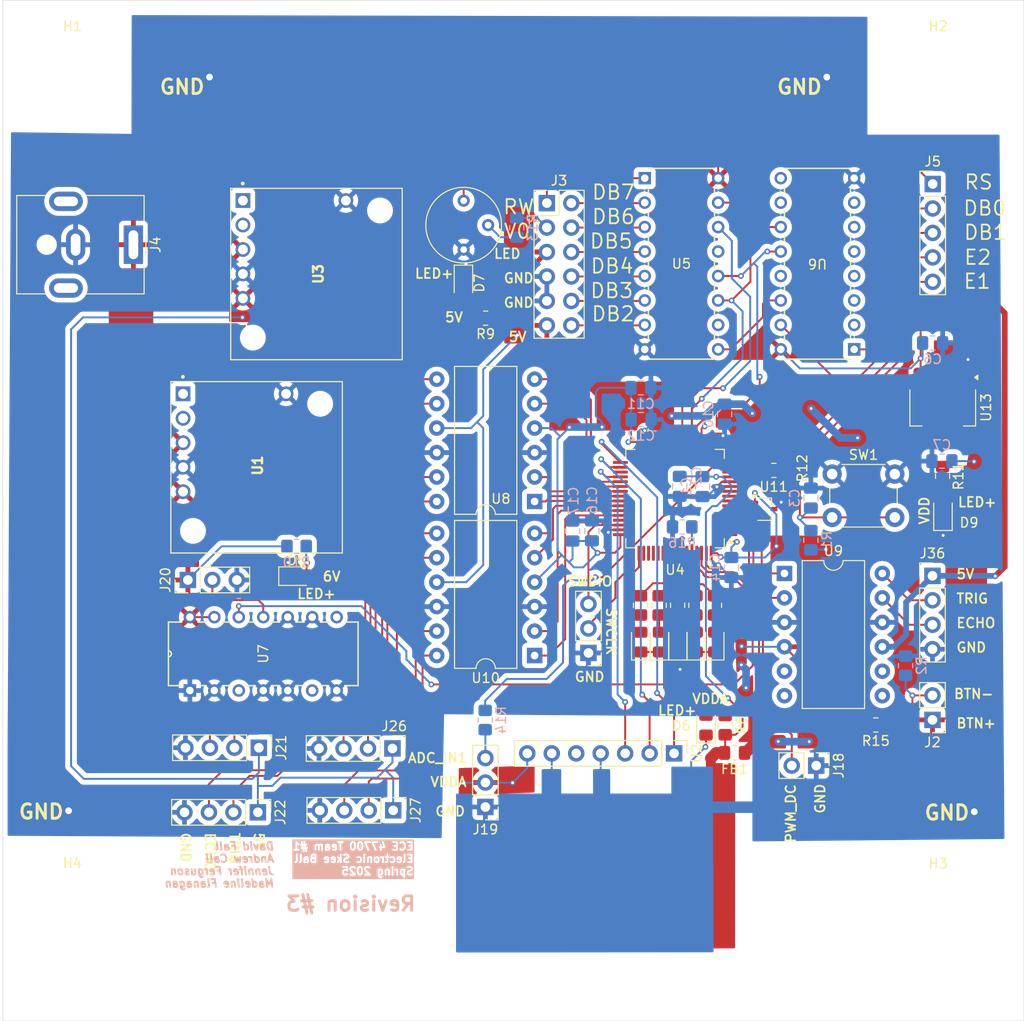
<source format=kicad_pcb>
(kicad_pcb (version 20240108) (generator "pcbnew") (generator_version "8.0")
  (title_block (title "Electronic Skee Ball") (date "03/05/2025") (rev "2") (company "Purdue University") (comment 1 "Created by Andrew Cali, David Fall, Jennifer Ferguson, and Madeline Flanagan ") (comment 2 "ECE 47700 Digital Systems Senior Design, Spring 2025"))
  (layers (0 "F.Cu" signal) (31 "B.Cu" signal) (34 "B.Paste" user) (35 "F.Paste" user) (36 "B.SilkS" user "B.Silkscreen") (37 "F.SilkS" user "F.Silkscreen") (38 "B.Mask" user) (39 "F.Mask" user) (44 "Edge.Cuts" user))
  (net 0 "")
  (net 1 "SPI2-NSS(I2S_WS)")
  (net 2 "VDD")
  (net 3 "GND")
  (net 5 "SPI2-SCK(I2S_CK)")
  (net 6 "SPI2-MOSI(I2S_SD)")
  (net 10 "PWM_SERVO_6")
  (net 11 "US_TRIG0_5")
  (net 13 "NRST")
  (net 14 "US_ECHO0_5")
  (net 15 "PB4")
  (net 16 "SPI1-SCK")
  (net 19 "US_TRIG1_5")
  (net 20 "US_ECHO1_5")
  (net 21 "US_TRIG2_5")
  (net 22 "PB3")
  (net 23 "PB5")
  (net 25 "SPI1-MOSI")
  (net 26 "US_ECHO2_5")
  (net 27 "SWCLK")
  (net 28 "US_TRIG3_5")
  (net 30 "BUTTON_IN")
  (net 31 "US_ECHO3_5")
  (net 32 "SWDIO")
  (net 34 "US_TRIG4_5")
  (net 35 "RCLK")
  (net 37 "PWM_SERVO_3.3")
  (net 38 "+5V")
  (net 39 "US_ECHO0_3.3")
  (net 40 "US_ECHO3_3.3")
  (net 41 "US_ECHO2_3.3")
  (net 42 "US_ECHO1_3.3")
  (net 43 "US_ECHO4_3.3")
  (net 44 "Net-(D1-A)")
  (net 45 "Net-(D2-A)")
  (net 46 "Net-(D3-A)")
  (net 47 "Net-(D4-A)")
  (net 48 "Net-(D5-A)")
  (net 49 "Net-(D7-A)")
  (net 50 "Net-(D8-A)")
  (net 51 "Net-(D9-A)")
  (net 52 "US_ECHO4_5")
  (net 53 "+24V")
  (net 54 "+6V")
  (net 59 "SER-CHAIN")
  (net 72 "ADC_IN1")
  (net 75 "PB6")
  (net 76 "PB7")
  (net 80 "PWM_DC")
  (net 81 "VDDA")
  (net 84 "US_TRIG3_3.3")
  (net 86 "US_TRIG4_3.3")
  (net 89 "US_TRIG2_3.3")
  (net 93 "US_TRIG0_3.3")
  (net 94 "US_TRIG1_3.3")
  (net 95 "NHD_DB4")
  (net 96 "NHD_DB6")
  (net 97 "NHD_E2")
  (net 98 "NHD_RS")
  (net 99 "NHD_RW")
  (net 100 "NHD_DB7")
  (net 101 "NHD_E1")
  (net 102 "NHD_DB2")
  (net 103 "NHD_DB0")
  (net 104 "NHD_DB3")
  (net 105 "NHD_DB1")
  (net 106 "NHD_DB5")
  (net 107 "NHD_V0")
  (net 108 "Net-(D6-A)")
  (net 113 "Net-(C3-Pad2)")
  (net 114 "Net-(R13-Pad1)")
  (net 115 "EXTERNAL_CLK")
  (net 116 "Net-(J19-Pin_3)")
  (net 117 "Net-(J2-Pin_2)")
  (net 118 "/BOOT0")
  (footprint "Resistor_SMD:R_0805_2012Metric_Pad1.20x1.40mm_HandSolder" (layer "F.Cu") (at 145.4912 69.6722 180)
    (property "Reference" "R12")
    (property "Value" "220")
  )
  (footprint "Connector_PinHeader_2.54mm:PinHeader_1x02_P2.54mm_Vertical" (layer "F.Cu") (at 149.8834 100.33 -90)
    (property "Reference" "J18")
    (property "Value" "DC_DRIVER")
  )
  (footprint "Button_Switch_THT:SW_PUSH_6mm" (layer "F.Cu") (at 151.5364 70.0532)
    (property "Reference" "SW1")
    (property "Value" "SW_Push" (hide yes))
  )
  (footprint "LED_SMD:LED_0805_2012Metric_Pad1.15x1.40mm_HandSolder" (layer "F.Cu") (at 163.04 74.05 90)
    (property "Reference" "D9")
    (property "Value" "LED")
  )
  (footprint "Package_TO_SOT_SMD:SOT-323_SC-70" (layer "F.Cu") (at 144.51 73.6958)
    (property "Reference" "U11")
    (property "Value" "MAX7375AXR805")
  )
  (footprint "Connector_BarrelJack:BarrelJack_CUI_PJ-063AH_Horizontal" (layer "F.Cu") (at 79 46.228 -90)
    (property "Reference" "J4")
    (property "Value" "Barrel_Jack")
  )
  (footprint "Capacitor_SMD:C_0805_2012Metric_Pad1.18x1.45mm_HandSolder" (layer "F.Cu") (at 141.4 99.01 180)
    (property "Reference" "FB1")
    (property "Value" "FerriteBead")
  )
  (footprint "Connector_PinHeader_2.54mm:PinHeader_1x04_P2.54mm_Vertical" (layer "F.Cu") (at 105.9688 104.9782 -90)
    (property "Reference" "J27")
    (property "Value" "US3")
  )
  (footprint "Resistor_SMD:R_0805_2012Metric_Pad1.20x1.40mm_HandSolder" (layer "F.Cu") (at 137.395 83.688 -90)
    (property "Reference" "R4" (hide yes))
    (property "Value" "150")
  )
  (footprint "74HC595N:SOT38-4_NXP" (layer "F.Cu") (at 153.8224 57.0992 180)
    (property "Reference" "U6")
    (property "Value" "74HC595")
  )
  (footprint "Resistor_SMD:R_0805_2012Metric_Pad1.20x1.40mm_HandSolder" (layer "F.Cu") (at 135.495 83.672 -90)
    (property "Reference" "R3" (hide yes))
    (property "Value" "150")
  )
  (footprint "LED_SMD:LED_0805_2012Metric_Pad1.15x1.40mm_HandSolder" (layer "F.Cu") (at 138.44 96.13 90)
    (property "Reference" "D6")
    (property "Value" "LED")
  )
  (footprint "MountingHole:MountingHole_3.2mm_M3" (layer "F.Cu") (at 72.67 27.74)
    (property "Reference" "H1")
    (property "Value" "MountingHole")
  )
  (footprint "LED_SMD:LED_0805_2012Metric_Pad1.15x1.40mm_HandSolder" (layer "F.Cu") (at 113.2586 50.2117 -90)
    (property "Reference" "D7")
    (property "Value" "LED")
  )
  (footprint "Connector_PinHeader_2.54mm:PinHeader_1x02_P2.54mm_Vertical" (layer "F.Cu") (at 161.9504 95.5802 180)
    (property "Reference" "J2")
    (property "Value" "EXTERNAL_BUTTON")
  )
  (footprint "Connector_PinHeader_2.54mm:PinHeader_1x03_P2.54mm_Vertical" (layer "F.Cu") (at 84.6582 81.0514 90)
    (property "Reference" "J20")
    (property "Value" "SERVO")
  )
  (footprint "LED_SMD:LED_0805_2012Metric_Pad1.15x1.40mm_HandSolder" (layer "F.Cu") (at 95.9504 80.6546)
    (property "Reference" "D8")
    (property "Value" "LED")
  )
  (footprint "Connector_PinHeader_2.54mm:PinHeader_1x04_P2.54mm_Vertical" (layer "F.Cu") (at 161.9504 80.6196)
    (property "Reference" "J36")
    (property "Value" "US4")
  )
  (footprint "Resistor_SMD:R_0805_2012Metric_Pad1.20x1.40mm_HandSolder" (layer "F.Cu") (at 140.43 96.13 90)
    (property "Reference" "R8")
    (property "Value" "150")
  )
  (footprint "Resistor_SMD:R_0805_2012Metric_Pad1.20x1.40mm_HandSolder" (layer "F.Cu") (at 156.067 96.1136 180)
    (property "Reference" "R15")
    (property "Value" "220")
  )
  (footprint "MountingHole:MountingHole_3.2mm_M3" (layer "F.Cu") (at 162.54 27.74)
    (property "Reference" "H2")
    (property "Value" "MountingHole")
  )
  (footprint "Package_DIP:DIP-12_W10.16mm" (layer "F.Cu") (at 146.5834 80.3696)
    (property "Reference" "U9")
    (property "Value" "~")
  )
  (footprint "Potentiometer_THT:Potentiometer_Bourns_3339P_Vertical" (layer "F.Cu") (at 113.284 41.66 180)
    (property "Reference" "RV1" (hide yes))
    (property "Value" "10k")
  )
  (footprint "Resistor_SMD:R_0805_2012Metric_Pad1.20x1.40mm_HandSolder" (layer "F.Cu") (at 131.645 83.688 -90)
    (property "Reference" "R6" (hide yes))
    (property "Value" "150")
  )
  (footprint "LED_SMD:LED_0805_2012Metric_Pad1.15x1.40mm_HandSolder" (layer "F.Cu") (at 137.42 87.5025 90)
    (property "Reference" "D2" (hide yes))
    (property "Value" "LED")
  )
  (footprint "LED_SMD:LED_0805_2012Metric_Pad1.15x1.40mm_HandSolder" (layer "F.Cu") (at 135.52 87.5025 90)
    (property "Reference" "D1" (hide yes))
    (property "Value" "LED")
  )
  (footprint "Connector_PinHeader_2.54mm:PinHeader_1x07_P2.54mm_Vertical" (layer "F.Cu") (at 135.128 99.06 -90)
    (property "Reference" "U2")
    (property "Value" "MAX98357A")
  )
  (footprint "Connector_PinHeader_2.54mm:PinHeader_1x04_P2.54mm_Vertical" (layer "F.Cu") (at 91.9226 105.1814 -90)
    (property "Reference" "J22")
    (property "Value" "US1")
  )
  (footprint "Package_TO_SOT_SMD:SOT-223-3_TabPin2" (layer "F.Cu") (at 163.0172 63.1448 -90)
    (property "Reference" "U13")
    (property "Value" "LD1117S33TR_SOT223")
  )
  (footprint "MountingHole:MountingHole_3.2mm_M3" (layer "F.Cu") (at 162.54 114.72)
    (property "Reference" "H3")
    (property "Value" "MountingHole")
  )
  (footprint "Package_QFP:LQFP-64_10x10mm_P0.5mm" (layer "F.Cu") (at 135.2265 72.595 180)
    (property "Reference" "U4")
    (property "Value" "STM32F091RCTx")
  )
  (footprint "Resistor_SMD:R_0805_2012Metric_Pad1.20x1.40mm_HandSolder" (layer "F.Cu") (at 139.32 83.69 -90)
    (property "Reference" "R5" (hide yes))
    (property "Value" "150")
  )
  (footprint "74HC595N:SOT38-4_NXP" (layer "F.Cu") (at 132.08 39.3192)
    (property "Reference" "U5")
    (property "Value" "74HC595")
  )
  (footprint "Connector_PinHeader_2.54mm:PinHeader_1x04_P2.54mm_Vertical" (layer "F.Cu") (at 105.8926 98.552 -90)
    (property "Reference" "J26")
    (property "Value" "US2")
  )
  (footprint "Connector_PinHeader_2.54mm:PinHeader_1x04_P2.54mm_Vertical" (layer "F.Cu") (at 92.0242 98.4758 -90)
    (property "Reference" "J21")
    (property "Value" "US0")
  )
  (footprint "MountingHole:MountingHole_3.2mm_M3" (layer "F.Cu") (at 72.67 114.66)
    (property "Reference" "H4")
    (property "Value" "MountingHole")
  )
  (footprint "Resistor_SMD:R_0805_2012Metric_Pad1.20x1.40mm_HandSolder" (layer "F.Cu") (at 115.56 53.86 180)
    (property "Reference" "R9")
    (property "Value" "200")
  )
  (footprint "Connector_PinHeader_2.54mm:PinHeader_1x03_P2.54mm_Vertical" (layer "F.Cu") (at 115.54 104.63 180)
    (property "Reference" "J19")
    (property "Value" "JOYSTICK")
  )
  (footprint "Connector_PinHeader_2.54mm:PinHeader_1x05_P2.54mm_Vertical" (layer "F.Cu") (at 161.9758 39.925)
    (property "Reference" "J5")
    (property "Value" "NHD_CONN2")
  )
  (footprint "12V_2.2A_STEP-DOWN_D24V22F12:XDCR_12V_2.2A_STEP-DOWN_D24V22F12" (layer "F.Cu") (at 91.7885 69.3509 -90)
    (property "Reference" "U1")
    (property "Value" "D24V22F6" (hide yes))
  )
  (footprint "Resistor_SMD:R_0805_2012Metric_Pad1.20x1.40mm_HandSolder" (layer "F.Cu") (at 163 70.27 -90)
    (property "Reference" "R11")
    (property "Value" "150")
  )
  (footprint "LED_SMD:LED_0805_2012Metric_Pad1.15x1.40mm_HandSolder" (layer "F.Cu") (at 131.6682 87.5025 90)
    (property "Reference" "D4" (hide yes))
    (property "Value" "LED")
  )
  (footprint "Resistor_SMD:R_0805_2012Metric_Pad1.20x1.40mm_HandSolder" (layer "F.Cu") (at 133.579 83.688 -90)
    (property "Reference" "R7" (hide yes))
    (property "Value" "150")
  )
  (footprint "Package_DIP:DIP-12_W10.16mm" (layer "F.Cu") (at 120.65 88.9 180)
    (property "Reference" "U10")
    (property "Value" "~")
  )
  (footprint "Package_DIP:DIP-12_W10.16mm" (layer "F.Cu") (at 120.65 72.898 180)
    (property "Reference" "U8")
    (property "Value" "~")
  )
  (footprint "LED_SMD:LED_0805_2012Metric_Pad1.15x1.40mm_HandSolder" (layer "F.Cu") (at 133.62 87.5025 90)
    (property "Reference" "D5" (hide yes))
    (property "Value" "LED")
  )
  (footprint "Connector_PinHeader_2.54mm:PinHeader_1x03_P2.54mm_Vertical" (layer "F.Cu") (at 126.238 88.631 180)
    (property "Reference" "J13" (hide yes))
    (property "Value" "HEADER")
  )
  (footprint "SN74LS08N:N14" (layer "F.Cu") (at 100.1014 84.9122 90)
    (property "Reference" "U7")
    (property "Value" "74LS08")
  )
  (footprint "LED_SMD:LED_0805_2012Metric_Pad1.15x1.40mm_HandSolder" (layer "F.Cu") (at 139.345 87.5025 90)
    (property "Reference" "D3" (hide yes))
    (property "Value" "LED")
  )
  (footprint "Connector_PinHeader_2.54mm:PinHeader_2x06_P2.54mm_Vertical" (layer "F.Cu") (at 121.92 41.91)
    (property "Reference" "J3")
    (property "Value" "NHD_CONN1")
  )
  (footprint "12V_2.2A_STEP-DOWN_D24V22F12:XDCR_12V_2.2A_STEP-DOWN_D24V22F12" (layer "F.Cu") (at 98 49.276 -90)
    (property "Reference" "U3")
    (property "Value" "D24V22F5")
  )
  (footprint "Capacitor_SMD:C_0805_2012Metric_Pad1.18x1.45mm_HandSolder" (layer "B.Cu") (at 124.587 75.9675 90)
    (property "Reference" "C17")
    (property "Value" "4.7uF")
  )
  (footprint "Resistor_SMD:R_0805_2012Metric_Pad1.20x1.40mm_HandSolder" (layer "B.Cu") (at 159.1564 89.9508 90)
    (property "Reference" "R2")
    (property "Value" "10k")
  )
  (footprint "Resistor_SMD:R_0805_2012Metric_Pad1.20x1.40mm_HandSolder" (layer "B.Cu") (at 149.3266 76.9206 90)
    (property "Reference" "R1")
    (property "Value" "10k")
  )
  (footprint "Capacitor_SMD:C_0805_2012Metric_Pad1.18x1.45mm_HandSolder" (layer "B.Cu") (at 149.3266 72.5424 -90)
    (property "Reference" "C3")
    (property "Value" "100nF")
  )
  (footprint "Capacitor_SMD:C_0805_2012Metric_Pad1.18x1.45mm_HandSolder" (layer "B.Cu") (at 141.0716 79.756 -90)
    (property "Reference" "C14")
    (property "Value" "100nF")
  )
  (footprint "Resistor_SMD:R_0805_2012Metric_Pad1.20x1.40mm_HandSolder" (layer "B.Cu") (at 135.9662 75.5396)
    (property "Reference" "R16")
    (property "Value" "2200")
  )
  (footprint "Resistor_SMD:R_0805_2012Metric_Pad1.20x1.40mm_HandSolder" (layer "B.Cu") (at 95.94 77.56)
    (property "Reference" "R10")
    (property "Value" "300")
  )
  (footprint "Capacitor_SMD:C_0805_2012Metric_Pad1.18x1.45mm_HandSolder" (layer "B.Cu") (at 131.699 64.389)
    (property "Reference" "C12")
    (property "Value" "100nF")
  )
  (footprint "Capacitor_SMD:C_0805_2012Metric_Pad1.18x1.45mm_HandSolder" (layer "B.Cu") (at 140.37 63.83 -90)
    (property "Reference" "C10")
    (property "Value" "100nF")
  )
  (footprint "Capacitor_SMD:C_0805_2012Metric_Pad1.18x1.45mm_HandSolder" (layer "B.Cu") (at 162.9309 68.707 180)
    (property "Reference" "C7")
    (property "Value" "10uF")
  )
  (footprint "Resistor_SMD:R_0805_2012Metric_Pad1.20x1.40mm_HandSolder" (layer "B.Cu") (at 115.5192 95.5962 90)
    (property "Reference" "R14")
    (property "Value" "220")
  )
  (footprint "Resistor_SMD:R_0805_2012Metric_Pad1.20x1.40mm_HandSolder" (layer "B.Cu") (at 118.7958 44.45 90)
    (property "Reference" "R13")
    (property "Value" "220")
  )
  (footprint "Capacitor_SMD:C_0805_2012Metric_Pad1.18x1.45mm_HandSolder" (layer "B.Cu") (at 161.9657 56.4388)
    (property "Reference" "C6")
    (property "Value" "100nF")
  )
  (footprint "Capacitor_SMD:C_0805_2012Metric_Pad1.18x1.45mm_HandSolder" (layer "B.Cu") (at 138.0744 71.3525 -90)
    (property "Reference" "C1")
    (property "Value" "10nF")
  )
  (footprint "Capacitor_SMD:C_0805_2012Metric_Pad1.18x1.45mm_HandSolder" (layer "B.Cu") (at 135.7122 71.3271 -90)
    (property "Reference" "C2")
    (property "Value" "1uF")
  )
  (footprint "Capacitor_SMD:C_0805_2012Metric_Pad1.18x1.45mm_HandSolder" (layer "B.Cu") (at 131.6775 61.087)
    (property "Reference" "C11")
    (property "Value" "4.7uF")
  )
  (footprint "Capacitor_SMD:C_0805_2012Metric_Pad1.18x1.45mm_HandSolder" (layer "B.Cu") (at 126.6 75.946 90)
    (property "Reference" "C16")
    (property "Value" "100nF")
  )
  (gr_poly (pts (xy 65.44 20.84) (xy 171.44 20.84) (xy 171.44 126.84) (xy 65.44 126.84)) (stroke (width 0.05)) (fill none) (layer "Edge.Cuts"))
  (gr_text "Revision #3" (at 108.43 115.56 0) (layer "B.SilkS") (effects (font (size 1.5 1.5) (thickness 0.3) (bold yes)) (justify left bottom mirror)))
  (gr_text "ECE 47700 Team #1\nElectronic Skee Ball\nSpring 2025" (at 108.204 111.76 0) (layer "B.SilkS" knockout) (effects (font (size 0.8 0.8) (thickness 0.2) (bold yes)) (justify left bottom mirror)))
  (gr_text "David Fall\nAndrew Cali\nJennifer Ferguson\nMadeline Flanagan" (at 93.726 113.03 0) (layer "B.SilkS") (effects (font (size 0.8 0.8) (thickness 0.1875) (italic yes)) (justify left bottom mirror)))
  (gr_text "GND" (at 124.714 91.694 0) (layer "F.SilkS") (effects (font (size 1 1) (thickness 0.1875)) (justify left bottom)))
  (gr_text "BTN+" (at 164.338 96.52 0) (layer "F.SilkS") (effects (font (size 1 1) (thickness 0.1875)) (justify left bottom)))
  (gr_text "GND" (at 160.97 106.1 0) (layer "F.SilkS") (effects (font (size 1.5 1.5) (thickness 0.3) (bold yes)) (justify left bottom)))
  (gr_text "VDDA" (at 109.728 102.616 0) (layer "F.SilkS") (effects (font (size 1 1) (thickness 0.1875)) (justify left bottom)))
  (gr_text "DB6" (at 126.492 44.196 0) (layer "F.SilkS") (effects (font (size 1.5 1.5) (thickness 0.1875)) (justify left bottom)))
  (gr_text "LED+" (at 133.35 95.19 0) (layer "F.SilkS") (effects (font (size 1 1) (thickness 0.1875)) (justify left bottom)))
  (gr_text "GND" (at 117.348 52.832 0) (layer "F.SilkS") (effects (font (size 1 1) (thickness 0.1875)) (justify left bottom)))
  (gr_text "DB4" (at 126.35 49.33 0) (layer "F.SilkS") (effects (font (size 1.5 1.5) (thickness 0.1875)) (justify left bottom)))
  (gr_text "VDDA" (at 136.906 93.98 0) (layer "F.SilkS") (effects (font (size 1 1) (thickness 0.1875)) (justify left bottom)))
  (gr_text "5V" (at 111.252 54.356 0) (layer "F.SilkS") (effects (font (size 1 1) (thickness 0.1875)) (justify left bottom)))
  (gr_text "LED+" (at 108.12 49.81 0) (layer "F.SilkS") (effects (font (size 1 1) (thickness 0.1875)) (justify left bottom)))
  (gr_text "RS" (at 165.15 40.61 0) (layer "F.SilkS") (effects (font (size 1.5 1.5) (thickness 0.1875)) (justify left bottom)))
  (gr_text "5V" (at 164.338 81.026 0) (layer "F.SilkS") (effects (font (size 1 1) (thickness 0.1875)) (justify left bottom)))
  (gr_text "PWM_DC" (at 147.828 108.458 90) (layer "F.SilkS") (effects (font (size 1 1) (thickness 0.1875)) (justify left bottom)))
  (gr_text "SWDIO" (at 123.952 81.788 0) (layer "F.SilkS") (effects (font (size 1 1) (thickness 0.1875)) (justify left bottom)))
  (gr_text "VDD" (at 161.69 75.39 90) (layer "F.SilkS") (effects (font (size 1 1) (thickness 0.1875)) (justify left bottom)))
  (gr_text "DB1" (at 165.1 45.83 0) (layer "F.SilkS") (effects (font (size 1.5 1.5) (thickness 0.1875)) (justify left bottom)))
  (gr_text "TRIG" (at 164.338 83.566 0) (layer "F.SilkS") (effects (font (size 1 1) (thickness 0.1875)) (justify left bottom)))
  (gr_text "E2" (at 165.13 48.42 0) (layer "F.SilkS") (effects (font (size 1.5 1.5) (thickness 0.1875)) (justify left bottom)))
  (gr_text "BTN-" (at 164.084 93.472 0) (layer "F.SilkS") (effects (font (size 1 1) (thickness 0.1875)) (justify left bottom)))
  (gr_text "GND" (at 66.95 106 0) (layer "F.SilkS") (effects (font (size 1.5 1.5) (thickness 0.3) (bold yes)) (justify left bottom)))
  (gr_text "GND" (at 117.348 50.292 0) (layer "F.SilkS") (effects (font (size 1 1) (thickness 0.1875)) (justify left bottom)))
  (gr_text "SWCLK" (at 128.016 83.82 270) (layer "F.SilkS") (effects (font (size 1 1) (thickness 0.1875)) (justify left bottom)))
  (gr_text "DB0" (at 165.04 43.31 0) (layer "F.SilkS") (effects (font (size 1.5 1.5) (thickness 0.1875)) (justify left bottom)))
  (gr_text "DB5" (at 126.26 46.74 0) (layer "F.SilkS") (effects (font (size 1.5 1.5) (thickness 0.1875)) (justify left bottom)))
  (gr_text "LED+" (at 95.9 83.08 0) (layer "F.SilkS") (effects (font (size 1 1) (thickness 0.1875)) (justify left bottom)))
  (gr_text "GND" (at 145.66 30.72 0) (layer "F.SilkS") (effects (font (size 1.5 1.5) (thickness 0.3) (bold yes)) (justify left bottom)))
  (gr_text "GND" (at 83.82 107.188 270) (layer "F.SilkS") (effects (font (size 1 1) (thickness 0.1875)) (justify left bottom)))
  (gr_text "GND" (at 110.236 105.664 0) (layer "F.SilkS") (effects (font (size 1 1) (thickness 0.1875)) (justify left bottom)))
  (gr_text "GND" (at 164.338 88.646 0) (layer "F.SilkS") (effects (font (size 1 1) (thickness 0.1875)) (justify left bottom)))
  (gr_text "GND" (at 150.876 105.41 90) (layer "F.SilkS") (effects (font (size 1 1) (thickness 0.1875)) (justify left bottom)))
  (gr_text "RW" (at 117.2718 43.18 0) (layer "F.SilkS") (effects (font (size 1.5 1.5) (thickness 0.1875)) (justify left bottom)))
  (gr_text "E1" (at 165.07 50.91 0) (layer "F.SilkS") (effects (font (size 1.5 1.5) (thickness 0.1875)) (justify left bottom)))
  (gr_text "6V" (at 98.552 81.28 0) (layer "F.SilkS") (effects (font (size 1 1) (thickness 0.1875)) (justify left bottom)))
  (gr_text "DB2" (at 126.45 54.3 0) (layer "F.SilkS") (effects (font (size 1.5 1.5) (thickness 0.1875)) (justify left bottom)))
  (gr_text "LED" (at 116.332 47.752 0) (layer "F.SilkS") (effects (font (size 1 1) (thickness 0.1875)) (justify left bottom)))
  (gr_text "5V" (at 91.44 107.188 -90) (layer "F.SilkS") (effects (font (size 1 1) (thickness 0.1875)) (justify left bottom)))
  (gr_text "GND" (at 81.58 30.72 0) (layer "F.SilkS") (effects (font (size 1.5 1.5) (thickness 0.3) (bold yes)) (justify left bottom)))
  (gr_text "ECHO" (at 86.36 107.188 270) (layer "F.SilkS") (effects (font (size 1 1) (thickness 0.1875)) (justify left bottom)))
  (gr_text "DB3" (at 126.32 51.88 0) (layer "F.SilkS") (effects (font (size 1.5 1.5) (thickness 0.1875)) (justify left bottom)))
  (gr_text "5V" (at 117.856 56.388 0) (layer "F.SilkS") (effects (font (size 1 1) (thickness 0.1875)) (justify left bottom)))
  (gr_text "DB7" (at 126.492 41.656 0) (layer "F.SilkS") (effects (font (size 1.5 1.5) (thickness 0.1875)) (justify left bottom)))
  (gr_text "ADC_IN1" (at 107.3912 100.1268 0) (layer "F.SilkS") (effects (font (size 1 1) (thickness 0.1875)) (justify left bottom)))
  (gr_text "TRIG" (at 88.9 107.188 270) (layer "F.SilkS") (effects (font (size 1 1) (thickness 0.1875)) (justify left bottom)))
  (gr_text "ECHO" (at 164.338 86.106 0) (layer "F.SilkS") (effects (font (size 1 1) (thickness 0.1875)) (justify left bottom)))
  (gr_text "LED+" (at 164.49 73.56 0) (layer "F.SilkS") (effects (font (size 1 1) (thickness 0.1875)) (justify left bottom)))
  (gr_text "V0" (at 117.348 45.72 0) (layer "F.SilkS") (effects (font (size 1.5 1.5) (thickness 0.1875)) (justify left bottom)))
  (segment (start 135.128 99.06) (end 135.128 94.568) (width 0.2) (layer "F.Cu") (net 1))
  (segment (start 127.6096 66.7004) (end 127.6096 66.9031) (width 0.2) (layer "F.Cu") (net 1))
  (segment (start 127.6096 66.9031) (end 129.5515 68.845) (width 0.2) (layer "F.Cu") (net 1))
  (segment (start 135.128 94.568) (end 133.36 92.8) (width 0.2) (layer "F.Cu") (net 1))
  (via (at 127.6096 66.7004) (size 0.6) (drill 0.3) (layers "F.Cu" "B.Cu") (net 1))
  (via (at 133.36 92.8) (size 0.6) (drill 0.3) (layers "F.Cu" "B.Cu") (net 1))
  (segment (start 127.7747 66.8655) (end 127.6096 66.7004) (width 0.2) (layer "B.Cu") (net 1))
  (segment (start 133.3754 89.8906) (end 133.3754 72.4662) (width 0.2) (layer "B.Cu") (net 1))
  (segment (start 133.3754 92.7846) (end 133.36 92.8) (width 0.2) (layer "B.Cu") (net 1))
  (segment (start 133.3754 89.8906) (end 133.3754 92.7846) (width 0.2) (layer "B.Cu") (net 1))
  (segment (start 133.3754 72.4662) (end 127.7747 66.8655) (width 0.2) (layer "B.Cu") (net 1))
  (segment (start 127.19 78.24) (end 127.21 78.22) (width 0.2) (layer "F.Cu") (net 2))
  (segment (start 140.9015 76.8915) (end 141.1 77.09) (width 0.2) (layer "F.Cu") (net 2))
  (segment (start 138.9765 78.27) (end 139.5856 78.27) (width 0.2) (layer "F.Cu") (net 2))
  (segment (start 137.9765 65.3435) (end 138.22 65.1) (width 0.2) (layer "F.Cu") (net 2))
  (segment (start 131.4765 66.92) (end 131.2865 66.73) (width 0.2) (layer "F.Cu") (net 2))
  (segment (start 137.9765 66.92) (end 137.9765 65.3435) (width 0.2) (layer "F.Cu") (net 2))
  (segment (start 163 69.27) (end 165.75 69.27) (width 0.2) (layer "F.Cu") (net 2))
  (segment (start 142.4375 99.01) (end 142.53 99.01) (width 0.2) (layer "F.Cu") (net 2))
  (segment (start 143.51 73.0458) (end 143.51 72.009) (width 0.2) (layer "F.Cu") (net 2))
  (segment (start 141.1 77.09) (end 141.65 77.09) (width 0.2) (layer "F.Cu") (net 2))
  (segment (start 163.0172 59.9948) (end 163.0172 58.3228) (width 0.2) (layer "F.Cu") (net 2))
  (segment (start 139.5856 78.27) (end 139.9794 78.6638) (width 0.2) (layer "F.Cu") (net 2))
  (segment (start 142.53 99.01) (end 143.74 97.8) (width 1.2) (layer "F.Cu") (net 2))
  (segment (start 138.3 65.1) (end 138.3 65.02) (width 0.2) (layer "F.Cu") (net 2))
  (segment (start 129.5515 76.345) (end 129.5515 77.6585) (width 0.2) (layer "F.Cu") (net 2))
  (segment (start 129.5515 77.6585) (end 128.99 78.22) (width 0.2) (layer "F.Cu") (net 2))
  (segment (start 130.38 66.72) (end 130.37 66.73) (width 0.2) (layer "F.Cu") (net 2))
  (segment (start 163.0172 58.3228) (end 163.03 58.31) (width 0.2) (layer "F.Cu") (net 2))
  (segment (start 146.5834 87.9896) (end 147.6138 89.02) (width 0.2) (layer "F.Cu") (net 2))
  (segment (start 138.3 65.02) (end 138.25 65.07) (width 0.2) (layer "F.Cu") (net 2))
  (segment (start 138.22 65.1) (end 138.3 65.1) (width 0.2) (layer "F.Cu") (net 2))
  (segment (start 131.2865 66.73) (end 130.38 66.72) (width 0.2) (layer "F.Cu") (net 2))
  (segment (start 140.9015 76.345) (end 140.9015 76.8915) (width 0.2) (layer "F.Cu") (net 2))
  (segment (start 165.75 69.27) (end 166.27 68.75) (width 0.2) (layer "F.Cu") (net 2))
  (segment (start 127.21 78.22) (end 127.23 78.22) (width 0.2) (layer "F.Cu") (net 2))
  (segment (start 128.99 78.22) (end 127.25 78.22) (width 0.2) (layer "F.Cu") (net 2))
  (segment (start 127.25 78.22) (end 127.19 78.24) (width 0.2) (layer "F.Cu") (net 2))
  (segment (start 147.6138 89.02) (end 148.37 89.02) (width 0.2) (layer "F.Cu") (net 2))
  (via (at 141.65 77.09) (size 0.6) (drill 0.3) (layers "F.Cu" "B.Cu") (net 2))
  (via (at 145.75 77.54) (size 0.6) (drill 0.3) (layers "F.Cu" "B.Cu") (net 2))
  (via (at 127.19 78.24) (size 0.6) (drill 0.3) (layers "F.Cu" "B.Cu") (net 2))
  (via (at 138.3 65.1) (size 0.6) (drill 0.3) (layers "F.Cu" "B.Cu") (net 2))
  (via (at 150.876 77.8764) (size 0.6) (drill 0.3) (layers "F.Cu" "B.Cu") (net 2))
  (via (at 134.874 64.008) (size 0.6) (drill 0.3) (layers "F.Cu" "B.Cu") (net 2))
  (via (at 139.9794 78.6638) (size 0.6) (drill 0.3) (layers "F.Cu" "B.Cu") (net 2))
  (via (at 154.178 66.294) (size 0.6) (drill 0.3) (layers "F.Cu" "B.Cu") (net 2))
  (via (at 149.352 63.246) (size 0.6) (drill 0.3) (layers "F.Cu" "B.Cu") (net 2))
  (via (at 149.16 97.84) (size 0.6) (drill 0.3) (layers "F.Cu" "B.Cu") (net 2))
  (via (at 143.256 63.754) (size 0.6) (drill 0.3) (layers "F.Cu" "B.Cu") (net 2))
  (via (at 142.11 89.87) (size 0.6) (drill 0.3) (layers "F.Cu" "B.Cu") (net 2))
  (via (at 142.6 92.25) (size 0.6) (drill 0.3) (layers "F.Cu" "B.Cu") (net 2))
  (via (at 145.94 97.82) (size 0.6) (drill 0.3) (layers "F.Cu" "B.Cu") (net 2))
  (via (at 124.26 65.2) (size 0.6) (drill 0.3) (layers "F.Cu" "B.Cu") (net 2))
  (via (at 143.51 72.009) (size 0.6) (drill 0.3) (layers "F.Cu" "B.Cu") (net 2))
  (via (at 127.65 65.17) (size 0.6) (drill 0.3) (layers "F.Cu" "B.Cu") (net 2))
  (via (at 166.27 68.75) (size 0.6) (drill 0.3) (layers "F.Cu" "B.Cu") (net 2))
  (via (at 130.38 66.72) (size 0.6) (drill 0.3) (layers "F.Cu" "B.Cu") (net 2))
  (via (at 142.14 87.94) (size 0.6) (drill 0.3) (layers "F.Cu" "B.Cu") (net 2))
  (segment (start 140.37 62.7925) (end 139.954 62.7925) (width 0.2) (layer "B.Cu") (net 2))
  (segment (start 145.96 97.84) (end 145.94 97.82) (width 0.2) (layer "B.Cu") (net 2))
  (segment (start 127 64.008) (end 127.65 64.658) (width 0.2) (layer "B.Cu") (net 2))
  (segment (start 141.0716 78.7185) (end 144.5715 78.7185) (width 0.2) (layer "B.Cu") (net 2))
  (segment (start 139.954 62.7925) (end 138.7385 64.008) (width 0.8) (layer "B.Cu") (net 2))
  (segment (start 125.69 79.74) (end 127.19 78.24) (width 0.2) (layer "B.Cu") (net 2))
  (segment (start 141.0716 78.7185) (end 140.0341 78.7185) (width 0.2) (layer "B.Cu") (net 2))
  (segment (start 124.26 65.2) (end 123.31 66.15) (width 0.2) (layer "B.Cu") (net 2))
  (segment (start 154.178 66.294) (end 152.4 66.294) (width 0.8) (layer "B.Cu") (net 2))
  (segment (start 140.37 62.7925) (end 142.2945 62.7925) (width 0.8) (layer "B.Cu") (net 2))
  (segment (start 127.66 65.17) (end 127.65 65.17) (width 0.2) (layer "B.Cu") (net 2))
  (segment (start 144.5715 78.7185) (end 145.75 77.54) (width 0.2) (layer "B.Cu") (net 2))
  (segment (start 122.448 65.278) (end 122.9 65.73) (width 0.2) (layer "B.Cu") (net 2))
  (segment (start 126.6 77.65) (end 127.19 78.24) (width 0.2) (layer "B.Cu") (net 2))
  (segment (start 127.65 65.18) (end 127.71 65.12) (width 0.2) (layer "B.Cu") (net 2))
  (segment (start 138.3 63.66) (end 138.3 65.1) (width 0.2) (layer "B.Cu") (net 2))
  (segment (start 120.65 65.278) (end 122.448 65.278) (width 0.2) (layer "B.Cu") (net 2))
  (segment (start 127.65 65.17) (end 127.65 65.18) (width 0.2) (layer "B.Cu") (net 2))
  (segment (start 127.65 65.17) (end 124.29 65.17) (width 0.8) (layer "B.Cu") (net 2))
  (segment (start 150.844 77.9206) (end 150.876 77.9526) (width 0.2) (layer "B.Cu") (net 2))
  (segment (start 130.64 64.3675) (end 130.6615 64.389) (width 0.2) (layer "B.Cu") (net 2))
  (segment (start 123.375 78.365) (end 123.375 78.555) (width 0.2) (layer "B.Cu") (net 2))
  (segment (start 123.02 66.44) (end 123.02 78.01) (width 0.2) (layer "B.Cu") (net 2))
  (segment (start 130.64 61.087) (end 130.64 64.3675) (width 0.2) (layer "B.Cu") (net 2))
  (segment (start 124.75 79.74) (end 125.69 79.74) (width 0.2) (layer "B.Cu") (net 2))
  (segment (start 124.587 78.833) (end 124.215 79.205) (width 0.2) (layer "B.Cu") (net 2))
  (segment (start 126.6 76.9835) (end 126.6 77.65) (width 0.2) (layer "B.Cu") (net 2))
  (segment (start 122.9 65.73) (end 122.9 65.74) (width 0.2) (layer "B.Cu") (net 2))
  (segment (start 123.375 78.365) (end 124.215 79.205) (width 0.2) (layer "B.Cu") (net 2))
  (segment (start 163.9684 68.707) (end 166.227 68.707) (width 0.2) (layer "B.Cu") (net 2))
  (segment (start 124.215 79.205) (end 124.75 79.74) (width 0.2) (layer "B.Cu") (net 2))
  (segment (start 127.381 61.087) (end 127 61.468) (width 0.2) (layer "B.Cu") (net 2))
  (segment (start 166.227 68.707) (end 166.27 68.75) (width 0.2) (layer "B.Cu") (net 2))
  (segment (start 149.16 97.84) (end 145.96 97.84) (width 0.8) (layer "B.Cu") (net 2))
  (segment (start 142.2945 62.7925) (end 143.256 63.754) (width 0.8) (layer "B.Cu") (net 2))
  (segment (start 141.0716 77.6684) (end 141.65 77.09) (width 0.2) (layer "B.Cu") (net 2))
  (segment (start 124.29 65.17) (end 124.26 65.2) (width 0.2) (layer "B.Cu") (net 2))
  (segment (start 140.0341 78.7185) (end 139.9794 78.6638) (width 0.2) (layer "B.Cu") (net 2))
  (segment (start 150.876 77.8764) (end 150.844 77.9206) (width 0.2) (layer "B.Cu") (net 2))
  (segment (start 124.587 77.005) (end 124.587 78.833) (width 0.2) (layer "B.Cu") (net 2))
  (segment (start 130.6615 66.4385) (end 130.38 66.72) (width 0.2) (layer "B.Cu") (net 2))
  (segment (start 123.31 66.15) (end 123.02 66.44) (width 0.2) (layer "B.Cu") (net 2))
  (segment (start 124.587 77.005) (end 126.5785 77.005) (width 0.2) (layer "B.Cu") (net 2))
  (segment (start 123.02 78.01) (end 123.375 78.365) (width 0.2) (layer "B.Cu") (net 2))
  (segment (start 142.6 92.25) (end 142.6 90.36) (width 0.8) (layer "B.Cu") (net 2))
  (segment (start 149.3266 77.9206) (end 150.876 77.8764) (width 0.2) (layer "B.Cu") (net 2))
  (segment (start 139.1675 62.7925) (end 138.3 63.66) (width 0.2) (layer "B.Cu") (net 2))
  (segment (start 127.65 64.658) (end 127.65 65.17) (width 0.2) (layer "B.Cu") (net 2))
  (segment (start 142.1896 87.9896) (end 142.14 87.94) (width 0.2) (layer "B.Cu") (net 2))
  (segment (start 145.75 74.249) (end 143.51 72.009) (width 0.2) (layer "B.Cu") (net 2))
  (segment (start 145.75 77.54) (end 145.75 74.249) (width 0.2) (layer "B.Cu") (net 2))
  (segment (start 138.7385 64.008) (end 134.874 64.008) (width 0.8) (layer "B.Cu") (net 2))
  (segment (start 123.375 78.555) (end 120.65 81.28) (width 0.2) (layer "B.Cu") (net 2))
  (segment (start 130.64 61.087) (end 127.381 61.087) (width 0.2) (layer "B.Cu") (net 2))
  (segment (start 130.6615 64.389) (end 130.6615 66.4385) (width 0.2) (layer "B.Cu") (net 2))
  (segment (start 127 61.468) (end 127 64.008) (width 0.2) (layer "B.Cu") (net 2))
  (segment (start 127.762 65.058) (end 127.65 65.17) (width 0.2) (layer "B.Cu") (net 2))
  (segment (start 152.4 66.294) (end 149.352 63.246) (width 0.8) (layer "B.Cu") (net 2))
  (segment (start 122.9 65.74) (end 123.31 66.15) (width 0.2) (layer "B.Cu") (net 2))
  (segment (start 126.5785 77.005) (end 126.6 76.9835) (width 0.2) (layer "B.Cu") (net 2))
  (segment (start 142.6 90.36) (end 142.11 89.87) (width 0.8) (layer "B.Cu") (net 2))
  (segment (start 140.37 62.7925) (end 139.1675 62.7925) (width 0.2) (layer "B.Cu") (net 2))
  (segment (start 141.0716 78.7185) (end 141.0716 77.6684) (width 0.2) (layer "B.Cu") (net 2))
  (segment (start 146.5834 87.9896) (end 142.1896 87.9896) (width 0.2) (layer "B.Cu") (net 2))
  (segment (start 165.3172 59.9948) (end 165.3172 58.4828) (width 0.2) (layer "F.Cu") (net 3))
  (segment (start 139.573 71.36609) (end 139.573 71.374) (width 0.2) (layer "F.Cu") (net 3))
  (segment (start 163.04 76.4) (end 163.06 76.42) (width 0.2) (layer "F.Cu") (net 3))
  (segment (start 129.5515 75.845) (end 128.545 75.845) (width 0.2) (layer "F.Cu") (net 3))
  (segment (start 145.5316 73.6958) (end 146.2532 72.9742) (width 0.2) (layer "F.Cu") (net 3))
  (segment (start 139.345 88.5275) (end 137.42 88.5275) (width 0.2) (layer "F.Cu") (net 3))
  (segment (start 113.2586 48.4814) (end 113.52 48.22) (width 0.2) (layer "F.Cu") (net 3))
  (segment (start 138.44 97.155) (end 138.44 98.33) (width 0.2) (layer "F.Cu") (net 3))
  (segment (start 131.9765 66.92) (end 131.9765 65.6355) (width 0.2) (layer "F.Cu") (net 3))
  (segment (start 138.4765 66.11259) (end 138.74409 65.845) (width 0.2) (layer "F.Cu") (net 3))
  (segment (start 139.995 65.845) (end 140.21 66.06) (width 0.2) (layer "F.Cu") (net 3))
  (segment (start 137.42 88.5275) (end 135.52 88.5275) (width 0.2) (layer "F.Cu") (net 3))
  (segment (start 140.9015 70.845) (end 140.09409 70.845) (width 0.2) (layer "F.Cu") (net 3))
  (segment (start 94.9254 80.6546) (end 94.9254 79.3546) (width 0.2) (layer "F.Cu") (net 3))
  (segment (start 94.9254 79.3546) (end 95.04 79.24) (width 0.2) (layer "F.Cu") (net 3))
  (segment (start 138.44 98.33) (end 138.38 98.39) (width 0.2) (layer "F.Cu") (net 3))
  (segment (start 135.52 88.5275) (end 133.62 88.5275) (width 0.2) (layer "F.Cu") (net 3))
  (segment (start 135.52 90.11) (end 135.75 90.34) (width 0.2) (layer "F.Cu") (net 3))
  (segment (start 140.09409 70.845) (end 139.573 71.36609) (width 0.2) (layer "F.Cu") (net 3))
  (segment (start 138.4765 78.27) (end 138.4765 79.490814) (width 0.2) (layer "F.Cu") (net 3))
  (segment (start 138.4765 79.490814) (end 138.824286 79.8386) (width 0.2) (layer "F.Cu") (net 3))
  (segment (start 131.9765 65.6355) (end 132.08 65.532) (width 0.2) (layer "F.Cu") (net 3))
  (segment (start 139.3634 79.8386) (end 139.7 79.502) (width 0.2) (layer "F.Cu") (net 3))
  (segment (start 138.4765 66.92) (end 138.4765 66.11259) (width 0.2) (layer "F.Cu") (net 3))
  (segment (start 165.3172 58.4828) (end 165.64 58.16) (width 0.2) (layer "F.Cu") (net 3))
  (segment (start 131.9765 66.92) (end 132.0265 66.87) (width 0.2) (layer "F.Cu") (net 3))
  (segment (start 128.545 75.845) (end 128.29 76.1) (width 0.2) (layer "F.Cu") (net 3))
  (segment (start 113.2586 49.1867) (end 113.2586 48.4814) (width 0.2) (layer "F.Cu") (net 3))
  (segment (start 135.52 88.5275) (end 135.52 90.11) (width 0.2) (layer "F.Cu") (net 3))
  (segment (start 145.51 73.6958) (end 145.5316 73.6958) (width 0.2) (layer "F.Cu") (net 3))
  (segment (start 163.04 75.075) (end 163.04 76.4) (width 0.2) (layer "F.Cu") (net 3))
  (segment (start 138.74409 65.845) (end 139.995 65.845) (width 0.2) (layer "F.Cu") (net 3))
  (segment (start 131.6682 88.5275) (end 133.62 88.5275) (width 0.2) (layer "F.Cu") (net 3))
  (segment (start 138.824286 79.8386) (end 139.3634 79.8386) (width 0.2) (layer "F.Cu") (net 3))
  (via (at 140.21 66.06) (size 0.6) (drill 0.3) (layers "F.Cu" "B.Cu") (net 3))
  (via (at 132.08 65.532) (size 0.6) (drill 0.3) (layers "F.Cu" "B.Cu") (net 3))
  (via (at 135.75 90.34) (size 0.6) (drill 0.3) (layers "F.Cu" "B.Cu") (net 3))
  (via (at 150.98 28.82) (size 1) (drill 0.7) (layers "F.Cu" "B.Cu") (net 3))
  (via (at 72.27 105.02) (size 1) (drill 0.7) (layers "F.Cu" "B.Cu") (net 3))
  (via (at 139.7 79.502) (size 0.6) (drill 0.3) (layers "F.Cu" "B.Cu") (net 3))
  (via (at 113.52 48.22) (size 0.6) (drill 0.3) (layers "F.Cu" "B.Cu") (net 3))
  (via (at 86.9 28.82) (size 1) (drill 0.7) (layers "F.Cu" "B.Cu") (net 3))
  (via (at 95.04 79.24) (size 0.6) (drill 0.3) (layers "F.Cu" "B.Cu") (net 3))
  (via (at 139.573 71.374) (size 0.6) (drill 0.3) (layers "F.Cu" "B.Cu") (net 3))
  (via (at 146.2532 72.9742) (size 0.6) (drill 0.3) (layers "F.Cu" "B.Cu") (net 3))
  (via (at 128.29 76.1) (size 0.6) (drill 0.3) (layers "F.Cu" "B.Cu") (net 3))
  (via (at 166.29 105.12) (size 1) (drill 0.7) (layers "F.Cu" "B.Cu") (net 3))
  (via (at 138.38 98.39) (size 0.6) (drill 0.3) (layers "F.Cu" "B.Cu") (net 3))
  (via (at 165.64 58.16) (size 0.6) (drill 0.3) (layers "F.Cu" "B.Cu") (net 3))
  (via (at 163.06 76.42) (size 0.6) (drill 0.3) (layers "F.Cu" "B.Cu") (net 3))
  (segment (start 132.7365 61.1085) (end 132.715 61.087) (width 0.2) (layer "B.Cu") (net 3))
  (segment (start 127.4385 74.9085) (end 128.29 75.76) (width 0.2) (layer "B.Cu") (net 3))
  (segment (start 145.542 104.648) (end 137.16 104.648) (width 1.2) (layer "B.Cu") (net 3))
  (segment (start 138.049 72.3646) (end 138.0744 72.39) (width 0.2) (layer "B.Cu") (net 3))
  (segment (start 163.0032 56.4388) (end 163.9188 56.4388) (width 0.2) (layer "B.Cu") (net 3))
  (segment (start 127.508 99.06) (end 127.508 101.854) (width 0.2) (layer "B.Cu") (net 3))
  (segment (start 122.428 99.06) (end 122.428 101.6) (width 0.2) (layer "B.Cu") (net 3))
  (segment (start 139.827 79.6036) (end 139.8817 79.6036) (width 0.2) (layer "B.Cu") (net 3))
  (segment (start 135.7122 72.3646) (end 138.049 72.3646) (width 0.2) (layer "B.Cu") (net 3))
  (segment (start 126.6 74.9085) (end 127.4385 74.9085) (width 0.2) (layer "B.Cu") (net 3))
  (segment (start 126.5785 74.93) (end 126.6 74.9085) (width 0.2) (layer "B.Cu") (net 3))
  (segment (start 132.7365 64.389) (end 132.7365 61.1085) (width 0.2) (layer "B.Cu") (net 3))
  (segment (start 132.7365 64.8755) (end 132.08 65.532) (width 0.2) (layer "B.Cu") (net 3))
  (segment (start 138.557 72.39) (end 139.573 71.374) (width 0.2) (layer "B.Cu") (net 3))
  (segment (start 140.37 65.9) (end 140.21 66.06) (width 0.2) (layer "B.Cu") (net 3))
  (segment (start 138.0744 72.39) (end 138.557 72.39) (width 0.2) (layer "B.Cu") (net 3))
  (segment (start 139.8817 79.6036) (end 141.0716 80.7935) (width 0.2) (layer "B.Cu") (net 3))
  (segment (start 136.906 99.864) (end 136.906 101.6) (width 0.2) (layer "B.Cu") (net 3))
  (segment (start 140.37 64.8675) (end 140.37 65.9) (width 0.2) (layer "B.Cu") (net 3))
  (segment (start 124.587 74.93) (end 126.5785 74.93) (width 0.2) (layer "B.Cu") (net 3))
  (segment (start 138.38 98.39) (end 136.906 99.864) (width 0.2) (layer "B.Cu") (net 3))
  (segment (start 163.9188 56.4388) (end 165.64 58.16) (width 0.2) (layer "B.Cu") (net 3))
  (segment (start 128.29 75.76) (end 128.29 76.1) (width 0.2) (layer "B.Cu") (net 3))
  (segment (start 132.7365 64.389) (end 132.7365 64.8755) (width 0.2) (layer "B.Cu") (net 3))
  (segment (start 128.4 69.345) (end 129.5515 69.345) (width 0.2) (layer "F.Cu") (net 5))
  (segment (start 132.588 99.06) (end 132.588 93.726) (width 0.2) (layer "F.Cu") (net 5))
  (segment (start 132.588 93.726) (end 131.826 92.964) (width 0.2) (layer "F.Cu") (net 5))
  (segment (start 127.5588 68.5038) (end 128.4 69.345) (width 0.2) (layer "F.Cu") (net 5))
  (via (at 127.5588 68.5038) (size 0.6) (drill 0.3) (layers "F.Cu" "B.Cu") (net 5))
  (via (at 131.826 92.964) (size 0.6) (drill 0.3) (layers "F.Cu" "B.Cu") (net 5))
  (segment (start 131.6736 89.8652) (end 131.6736 92.7736) (width 0.2) (layer "B.Cu") (net 5))
  (segment (start 131.6736 92.7736) (end 131.72 92.82) (width 0.2) (layer "B.Cu") (net 5))
  (segment (start 131.6736 89.8652) (end 131.6736 72.6186) (width 0.2) (layer "B.Cu") (net 5))
  (segment (start 131.6736 72.6186) (end 127.5588 68.5038) (width 0.2) (layer "B.Cu") (net 5))
  (segment (start 127.508 69.7992) (end 128.0538 70.345) (width 0.2) (layer "F.Cu") (net 6))
  (segment (start 128.0538 70.345) (end 129.5515 70.345) (width 0.2) (layer "F.Cu") (net 6))
  (segment (start 130.048 99.06) (end 130.048 93.726) (width 0.2) (layer "F.Cu") (net 6))
  (via (at 130.048 93.726) (size 0.6) (drill 0.3) (layers "F.Cu" "B.Cu") (net 6))
  (via (at 127.508 69.7992) (size 0.6) (drill 0.3) (layers "F.Cu" "B.Cu") (net 6))
  (segment (start 129.2606 92.9386) (end 130.048 93.726) (width 0.2) (layer "B.Cu") (net 6))
  (segment (start 129.2606 90.0176) (end 129.2606 92.9386) (width 0.2) (layer "B.Cu") (net 6))
  (segment (start 129.2606 79.3242) (end 129.2606 71.6534) (width 0.2) (layer "B.Cu") (net 6))
  (segment (start 129.2606 71.6534) (end 129.2606 71.5518) (width 0.2) (layer "B.Cu") (net 6))
  (segment (start 129.2606 71.5518) (end 127.508 69.7992) (width 0.2) (layer "B.Cu") (net 6))
  (segment (start 127.508 69.7992) (end 127.4572 69.7484) (width 0.2) (layer "B.Cu") (net 6))
  (segment (start 129.2606 90.0176) (end 129.2606 79.3242) (width 0.2) (layer "B.Cu") (net 6))
  (segment (start 87.1982 82.3976) (end 87.1982 81.0514) (width 0.2) (layer "F.Cu") (net 10))
  (segment (start 91.9734 83.1342) (end 87.9348 83.1342) (width 0.2) (layer "F.Cu") (net 10))
  (segment (start 87.9348 83.1342) (end 87.1982 82.3976) (width 0.2) (layer "F.Cu") (net 10))
  (segment (start 92.4814 83.6422) (end 91.9734 83.1342) (width 0.2) (layer "F.Cu") (net 10))
  (segment (start 92.4814 84.9122) (end 92.4814 83.6422) (width 0.2) (layer "F.Cu") (net 10))
  (segment (start 91.3702 94.507) (end 102.8764 94.507) (width 0.2) (layer "F.Cu") (net 11))
  (segment (start 103.6066 93.7768) (end 103.6066 64.5414) (width 0.2) (layer "F.Cu") (net 11))
  (segment (start 103.6066 64.5414) (end 105.41 62.738) (width 0.2) (layer "F.Cu") (net 11))
  (segment (start 102.8764 94.507) (end 103.6066 93.7768) (width 0.2) (layer "F.Cu") (net 11))
  (segment (start 105.41 62.738) (end 110.49 62.738) (width 0.2) (layer "F.Cu") (net 11))
  (segment (start 89.4842 96.393) (end 91.3702 94.507) (width 0.2) (layer "F.Cu") (net 11))
  (segment (start 89.4842 98.4758) (end 89.4842 96.393) (width 0.2) (layer "F.Cu") (net 11))
  (segment (start 142.4432 71.7202) (end 142.4432 73.0504) (width 0.2) (layer "F.Cu") (net 13))
  (segment (start 144.4912 69.6722) (end 142.4432 71.7202) (width 0.2) (layer "F.Cu") (net 13))
  (segment (start 142.4432 73.0504) (end 142.1486 73.345) (width 0.2) (layer "F.Cu") (net 13))
  (segment (start 142.1486 73.345) (end 140.9015 73.345) (width 0.2) (layer "F.Cu") (net 13))
  (segment (start 103.0732 62.2554) (end 105.1306 60.198) (width 0.2) (layer "F.Cu") (net 14))
  (segment (start 86.9442 95.9866) (end 88.8238 94.107) (width 0.2) (layer "F.Cu") (net 14))
  (segment (start 86.9442 98.4758) (end 86.9442 95.9866) (width 0.2) (layer "F.Cu") (net 14))
  (segment (start 102.6414 94.107) (end 103.0732 93.6752) (width 0.2) (layer "F.Cu") (net 14))
  (segment (start 103.0732 93.6752) (end 103.0732 62.2554) (width 0.2) (layer "F.Cu") (net 14))
  (segment (start 105.1306 60.198) (end 110.49 60.198) (width 0.2) (layer "F.Cu") (net 14))
  (segment (start 88.8238 94.107) (end 102.6414 94.107) (width 0.2) (layer "F.Cu") (net 14))
  (segment (start 134.9765 78.27) (end 134.9765 81.2905) (width 0.2) (layer "F.Cu") (net 15))
  (segment (start 134.9765 81.2905) (end 133.579 82.688) (width 0.2) (layer "F.Cu") (net 15))
  (segment (start 136.9765 63.2263) (end 136.9822 63.2206) (width 0.2) (layer "F.Cu") (net 16))
  (segment (start 137.0137 63.2263) (end 138 62.24) (width 0.2) (layer "F.Cu") (net 16))
  (segment (start 144.1958 44.3992) (end 146.2024 44.3992) (width 0.2) (layer "F.Cu") (net 16))
  (segment (start 141.097 52.0192) (end 143.0528 50.0634) (width 0.2) (layer "F.Cu") (net 16))
  (segment (start 143.0528 45.5422) (end 144.1958 44.3992) (width 0.2) (layer "F.Cu") (net 16))
  (segment (start 143.0528 50.0634) (end 143.0528 45.5422) (width 0.2) (layer "F.Cu") (net 16))
  (segment (start 136.9765 63.2263) (end 137.0137 63.2263) (width 0.2) (layer "F.Cu") (net 16))
  (segment (start 136.9765 63.2263) (end 136.9765 66.92) (width 0.2) (layer "F.Cu") (net 16))
  (segment (start 138.01 62.23) (end 138.01 62.23) (width 0.2) (layer "F.Cu") (net 16))
  (segment (start 138 62.24) (end 138 62.23) (width 0.2) (layer "F.Cu") (net 16))
  (segment (start 139.7 52.0192) (end 141.097 52.0192) (width 0.2) (layer "F.Cu") (net 16))
  (segment (start 138 62.23) (end 138.01 62.23) (width 0.2) (layer "F.Cu") (net 16))
  (via (at 141.097 52.0192) (size 0.6) (drill 0.3) (layers "F.Cu" "B.Cu") (net 16))
  (via (at 138 62.23) (size 0.6) (drill 0.3) (layers "F.Cu" "B.Cu") (net 16))
  (segment (start 142.24 57.99) (end 142.24 53.1622) (width 0.2) (layer "B.Cu") (net 16))
  (segment (start 142.24 53.1622) (end 141.097 52.0192) (width 0.2) (layer "B.Cu") (net 16))
  (segment (start 138 62.23) (end 142.24 57.99) (width 0.2) (layer "B.Cu") (net 16))
  (segment (start 89.3826 103.0732) (end 91.059 101.3968) (width 0.2) (layer "F.Cu") (net 19))
  (segment (start 103.378 95.5548) (end 104.8258 94.107) (width 0.2) (layer "F.Cu") (net 19))
  (segment (start 104.8258 94.107) (end 104.8258 74.0918) (width 0.2) (layer "F.Cu") (net 19))
  (segment (start 104.8258 74.0918) (end 106.0196 72.898) (width 0.2) (layer "F.Cu") (net 19))
  (segment (start 106.0196 72.898) (end 110.49 72.898) (width 0.2) (layer "F.Cu") (net 19))
  (segment (start 93.9546 101.3968) (end 94.9452 100.4062) (width 0.2) (layer "F.Cu") (net 19))
  (segment (start 94.9452 97.2058) (end 96.5962 95.5548) (width 0.2) (layer "F.Cu") (net 19))
  (segment (start 96.5962 95.5548) (end 103.378 95.5548) (width 0.2) (layer "F.Cu") (net 19))
  (segment (start 94.9452 100.4062) (end 94.9452 97.2058) (width 0.2) (layer "F.Cu") (net 19))
  (segment (start 89.3826 105.1814) (end 89.3826 103.0732) (width 0.2) (layer "F.Cu") (net 19))
  (segment (start 91.059 101.3968) (end 93.9546 101.3968) (width 0.2) (layer "F.Cu") (net 19))
  (segment (start 103.0732 94.996) (end 104.14 93.9292) (width 0.2) (layer "F.Cu") (net 20))
  (segment (start 105.8672 70.358) (end 110.49 70.358) (width 0.2) (layer "F.Cu") (net 20))
  (segment (start 86.8172 102.2858) (end 88.2904 100.8126) (width 0.2) (layer "F.Cu") (net 20))
  (segment (start 94.3864 100.2538) (end 94.3864 96.9772) (width 0.2) (layer "F.Cu") (net 20))
  (segment (start 86.8426 102.3112) (end 86.8172 102.2858) (width 0.2) (layer "F.Cu") (net 20))
  (segment (start 88.2904 100.8126) (end 93.8276 100.8126) (width 0.2) (layer "F.Cu") (net 20))
  (segment (start 96.3676 94.996) (end 103.0732 94.996) (width 0.2) (layer "F.Cu") (net 20))
  (segment (start 93.8276 100.8126) (end 94.3864 100.2538) (width 0.2) (layer "F.Cu") (net 20))
  (segment (start 104.14 93.9292) (end 104.14 72.0852) (width 0.2) (layer "F.Cu") (net 20))
  (segment (start 94.3864 96.9772) (end 96.3676 94.996) (width 0.2) (layer "F.Cu") (net 20))
  (segment (start 86.8426 105.1814) (end 86.8426 102.3112) (width 0.2) (layer "F.Cu") (net 20))
  (segment (start 104.14 72.0852) (end 105.8672 70.358) (width 0.2) (layer "F.Cu") (net 20))
  (segment (start 103.3526 97.2312) (end 106.3498 94.234) (width 0.2) (layer "F.Cu") (net 21))
  (segment (start 106.3498 94.234) (end 106.3498 79.629) (width 0.2) (layer "F.Cu") (net 21))
  (segment (start 103.3526 98.552) (end 103.3526 97.2312) (width 0.2) (layer "F.Cu") (net 21))
  (segment (start 107.2388 78.74) (end 110.49 78.74) (width 0.2) (layer "F.Cu") (net 21))
  (segment (start 106.3498 79.629) (end 107.2388 78.74) (width 0.2) (layer "F.Cu") (net 21))
  (segment (start 134.4765 78.27) (end 134.4765 81.2035) (width 0.2) (layer "F.Cu") (net 22))
  (segment (start 134.29 81.39) (end 132.943 81.39) (width 0.2) (layer "F.Cu") (net 22))
  (segment (start 134.4765 81.2035) (end 134.29 81.39) (width 0.2) (layer "F.Cu") (net 22))
  (segment (start 132.943 81.39) (end 131.645 82.688) (width 0.2) (layer "F.Cu") (net 22))
  (segment (start 135.4765 82.6535) (end 135.495 82.672) (width 0.2) (layer "F.Cu") (net 23))
  (segment (start 135.4765 78.27) (end 135.4765 82.6535) (width 0.2) (layer "F.Cu") (net 23))
  (segment (start 137.9474 61.1378) (end 135.9765 63.1087) (width 0.2) (layer "F.Cu") (net 25))
  (segment (start 140.208 61.1378) (end 137.9474 61.1378) (width 0.2) (layer "F.Cu") (net 25))
  (segment (start 135.9765 63.1087) (end 135.9765 66.92) (width 0.2) (layer "F.Cu") (net 25))
  (via (at 140.208 61.1378) (size 0.6) (drill 0.3) (layers "F.Cu" "B.Cu") (net 25))
  (segment (start 143.0274 51.6382) (end 141.1224 49.7332) (width 0.2) (layer "B.Cu") (net 25))
  (segment (start 140.208 61.1378) (end 143.0274 58.3184) (width 0.2) (layer "B.Cu") (net 25))
  (segment (start 143.0274 58.3184) (end 143.0274 51.6382) (width 0.2) (layer "B.Cu") (net 25))
  (segment (start 141.1224 45.8216) (end 139.7 44.3992) (width 0.2) (layer "B.Cu") (net 25))
  (segment (start 141.1224 49.7332) (end 141.1224 45.8216) (width 0.2) (layer "B.Cu") (net 25))
  (segment (start 107.1118 76.2) (end 110.49 76.2) (width 0.2) (layer "F.Cu") (net 26))
  (segment (start 103.6574 96.1136) (end 105.3592 94.4118) (width 0.2) (layer "F.Cu") (net 26))
  (segment (start 105.3592 77.9526) (end 107.1118 76.2) (width 0.2) (layer "F.Cu") (net 26))
  (segment (start 105.3592 94.4118) (end 105.3592 77.9526) (width 0.2) (layer "F.Cu") (net 26))
  (segment (start 101.219 96.1136) (end 103.6574 96.1136) (width 0.2) (layer "F.Cu") (net 26))
  (segment (start 100.8126 98.552) (end 100.8126 96.52) (width 0.2) (layer "F.Cu") (net 26))
  (segment (start 100.8126 96.52) (end 101.219 96.1136) (width 0.2) (layer "F.Cu") (net 26))
  (segment (start 129.032 81.28) (end 130.048 80.264) (width 0.2) (layer "F.Cu") (net 27))
  (segment (start 126.238 86.091) (end 126.238 85.730256) (width 0.2) (layer "F.Cu") (net 27))
  (segment (start 129.032 82.936256) (end 129.032 81.28) (width 0.2) (layer "F.Cu") (net 27))
  (segment (start 131.4765 79.7245) (end 131.4765 78.27) (width 0.2) (layer "F.Cu") (net 27))
  (segment (start 130.937 80.264) (end 131.4765 79.7245) (width 0.2) (layer "F.Cu") (net 27))
  (segment (start 130.048 80.264) (end 130.937 80.264) (width 0.2) (layer "F.Cu") (net 27))
  (segment (start 126.238 85.730256) (end 129.032 82.936256) (width 0.2) (layer "F.Cu") (net 27))
  (segment (start 103.4288 102.0064) (end 103.759 101.6762) (width 0.2) (layer "F.Cu") (net 28))
  (segment (start 103.4288 104.9782) (end 103.4288 102.0064) (width 0.2) (layer "F.Cu") (net 28))
  (segment (start 109.0168 100.5078) (end 109.0168 89.0524) (width 0.2) (layer "F.Cu") (net 28))
  (segment (start 103.759 101.6762) (end 107.8484 101.6762) (width 0.2) (layer "F.Cu") (net 28))
  (segment (start 109.0168 89.0524) (end 109.1692 88.9) (width 0.2) (layer "F.Cu") (net 28))
  (segment (start 107.8484 101.6762) (end 109.0168 100.5078) (width 0.2) (layer "F.Cu") (net 28))
  (segment (start 109.1692 88.9) (end 110.49 88.9) (width 0.2) (layer "F.Cu") (net 28))
  (segment (start 144.3482 82.7278) (end 142.9004 81.28) (width 0.2) (layer "F.Cu") (net 30))
  (segment (start 144.3482 95.5294) (end 144.3482 82.7278) (width 0.2) (layer "F.Cu") (net 30))
  (segment (start 155.067 96.1136) (end 144.9324 96.1136) (width 0.2) (layer "F.Cu") (net 30))
  (segment (start 142.030514 75.845) (end 140.9015 75.845) (width 0.2) (layer "F.Cu") (net 30))
  (segment (start 142.9004 76.714886) (end 142.030514 75.845) (width 0.2) (layer "F.Cu") (net 30))
  (segment (start 142.9004 81.28) (end 142.9004 76.714886) (width 0.2) (layer "F.Cu") (net 30))
  (segment (start 144.9324 96.1136) (end 144.3482 95.5294) (width 0.2) (layer "F.Cu") (net 30))
  (segment (start 108.8644 86.36) (end 110.49 86.36) (width 0.2) (layer "F.Cu") (net 31))
  (segment (start 102.3874 100.838) (end 107.823 100.838) (width 0.2) (layer "F.Cu") (net 31))
  (segment (start 107.823 100.838) (end 108.3056 100.3554) (width 0.2) (layer "F.Cu") (net 31))
  (segment (start 108.3056 86.9188) (end 108.8644 86.36) (width 0.2) (layer "F.Cu") (net 31))
  (segment (start 100.8888 102.3366) (end 102.3874 100.838) (width 0.2) (layer "F.Cu") (net 31))
  (segment (start 100.8888 104.9782) (end 100.8888 102.3366) (width 0.2) (layer "F.Cu") (net 31))
  (segment (start 108.3056 100.3554) (end 108.3056 86.9188) (width 0.2) (layer "F.Cu") (net 31))
  (segment (start 126.966 75.345) (end 129.5515 75.345) (width 0.2) (layer "F.Cu") (net 32))
  (segment (start 126.238 76.073) (end 126.966 75.345) (width 0.2) (layer "F.Cu") (net 32))
  (segment (start 126.238 83.551) (end 126.238 76.073) (width 0.2) (layer "F.Cu") (net 32))
  (segment (start 161.9504 83.1596) (end 159.5334 83.1596) (width 0.2) (layer "F.Cu") (net 34))
  (segment (start 159.5334 83.1596) (end 156.7434 80.3696) (width 0.2) (layer "F.Cu") (net 34))
  (segment (start 139.7 49.4792) (end 141.1986 49.4792) (width 0.2) (layer "F.Cu") (net 35))
  (segment (start 144.018 61.214) (end 144.018 59.944) (width 0.2) (layer "F.Cu") (net 35))
  (segment (start 142.494 62.738) (end 144.018 61.214) (width 0.2) (layer "F.Cu") (net 35))
  (segment (start 146.2024 46.9392) (end 144.8054 46.9392) (width 0.2) (layer "F.Cu") (net 35))
  (segment (start 139.813471 62.738) (end 142.494 62.738) (width 0.2) (layer "F.Cu") (net 35))
  (segment (start 137.4765 66.92) (end 137.4765 65.074971) (width 0.2) (layer "F.Cu") (net 35))
  (segment (start 137.4765 65.074971) (end 139.813471 62.738) (width 0.2) (layer "F.Cu") (net 35))
  (segment (start 141.1986 49.4792) (end 142.0622 49.4792) (width 0.2) (layer "F.Cu") (net 35))
  (via (at 144.8054 46.9392) (size 0.6) (drill 0.3) (layers "F.Cu" "B.Cu") (net 35))
  (via (at 142.0622 49.4792) (size 0.6) (drill 0.3) (layers "F.Cu" "B.Cu") (net 35))
  (via (at 144.018 59.944) (size 0.6) (drill 0.3) (layers "F.Cu" "B.Cu") (net 35))
  (segment (start 144.018 59.944) (end 143.764 60.198) (width 0.2) (layer "B.Cu") (net 35))
  (segment (start 143.764 48.514) (end 143.3957 48.1457) (width 0.2) (layer "B.Cu") (net 35))
  (segment (start 144.6022 46.9392) (end 143.3957 48.1457) (width 0.2) (layer "B.Cu") (net 35))
  (segment (start 143.764 60.198) (end 143.764 48.514) (width 0.2) (layer "B.Cu") (net 35))
  (segment (start 143.3957 48.1457) (end 142.0622 49.4792) (width 0.2) (layer "B.Cu") (net 35))
  (segment (start 144.8054 46.9392) (end 144.6022 46.9392) (width 0.2) (layer "B.Cu") (net 35))
  (segment (start 141.21 80.74) (end 143.280658 82.810658) (width 0.2) (layer "F.Cu") (net 37))
  (segment (start 143.280658 89.969342) (end 141.3528 91.8972) (width 0.2) (layer "F.Cu") (net 37))
  (segment (start 141.3528 91.8972) (end 109.9312 91.8972) (width 0.2) (layer "F.Cu") (net 37))
  (segment (start 137.4765 78.27) (end 137.4765 79.672029) (width 0.2) (layer "F.Cu") (net 37))
  (segment (start 138.398 80.74) (end 141.21 80.74) (width 0.2) (layer "F.Cu") (net 37))
  (segment (start 138.176 80.371529) (end 138.176 80.518) (width 0.2) (layer "F.Cu") (net 37))
  (segment (start 89.9414 84.9122) (end 89.9414 83.7692) (width 0.2) (layer "F.Cu") (net 37))
  (segment (start 137.4765 79.672029) (end 138.176 80.371529) (width 0.2) (layer "F.Cu") (net 37))
  (segment (start 89.9414 83.7692) (end 89.9414 83.693) (width 0.2) (layer "F.Cu") (net 37))
  (segment (start 143.280658 82.810658) (end 143.280658 89.969342) (width 0.2) (layer "F.Cu") (net 37))
  (segment (start 138.176 80.518) (end 138.398 80.74) (width 0.2) (layer "F.Cu") (net 37))
  (via (at 109.9312 91.8972) (size 0.6) (drill 0.3) (layers "F.Cu" "B.Cu") (net 37))
  (via (at 89.9414 83.7692) (size 0.6) (drill 0.3) (layers "F.Cu" "B.Cu") (net 37))
  (segment (start 107.3404 89.0778) (end 107.3404 89.3064) (width 0.2) (layer "B.Cu") (net 37))
  (segment (start 89.9414 83.7692) (end 102.6668 83.7692) (width 0.2) (layer "B.Cu") (net 37))
  (segment (start 104.0384 85.1408) (end 107.3404 88.4428) (width 0.2) (layer "B.Cu") (net 37))
  (segment (start 107.3404 88.4428) (end 107.3404 89.0778) (width 0.2) (layer "B.Cu") (net 37))
  (segment (start 102.6668 83.7692) (end 104.0384 85.1408) (width 0.2) (layer "B.Cu") (net 37))
  (segment (start 107.3404 89.3064) (end 109.9312 91.8972) (width 0.2) (layer "B.Cu") (net 37))
  (segment (start 121.92 54.61) (end 119.01 54.61) (width 0.2) (layer "F.Cu") (net 38))
  (segment (start 116.56 53.86) (end 118.21 53.86) (width 0.2) (layer "F.Cu") (net 38))
  (segment (start 121.92 46.99) (end 119.2 46.99) (width 0.5) (layer "F.Cu") (net 38))
  (segment (start 160.7172 59.9948) (end 160.7172 58.0428) (width 0.2) (layer "F.Cu") (net 38))
  (segment (start 113.284 41.66) (end 113.284 38.414) (width 0.2) (layer "F.Cu") (net 38))
  (segment (start 169.45 53.33) (end 168.44 52.32) (width 0.6) (layer "F.Cu") (net 38))
  (segment (start 113.284 38.414) (end 113.28 38.41) (width 0.2) (layer "F.Cu") (net 38))
  (segment (start 160.72 58.04) (end 160.72 54.16) (width 0.2) (layer "F.Cu") (net 38))
  (segment (start 121.92 46.99) (end 120.44 48.47) (width 0.5) (layer "F.Cu") (net 38))
  (segment (start 160.7172 58.0428) (end 160.72 58.04) (width 0.2) (layer "F.Cu") (net 38))
  (segment (start 169.45 79.67) (end 169.45 53.33) (width 0.6) (layer "F.Cu") (net 38))
  (segment (start 119.2 46.99) (end 119.15 47.04) (width 0.2) (layer "F.Cu") (net 38))
  (segment (start 168.44 52.32) (end 167.82 52.32) (width 0.6) (layer "F.Cu") (net 38))
  (segment (start 168.47 80.65) (end 169.45 79.67) (width 0.6) (layer "F.Cu") (net 38))
  (segment (start 120.44 48.47) (end 119.24 48.47) (width 0.5) (layer "F.Cu") (net 38))
  (segment (start 160.72 54.16) (end 160.77 54.11) (width 0.2) (layer "F.Cu") (net 38))
  (segment (start 118.21 53.86) (end 118.22 53.85) (width 0.2) (layer "F.Cu") (net 38))
  (segment (start 139.7 39.3192) (end 139.7 35.56) (width 0.2) (layer "F.Cu") (net 38))
  (via (at 90.32 53.78) (size 0.6) (drill 0.3) (layers "F.Cu" "B.Cu") (net 38))
  (via (at 118.872 55.626) (size 0.6) (drill 0.3) (layers "F.Cu" "B.Cu") (net 38))
  (via (at 160.72 58.04) (size 0.6) (drill 0.3) (layers "F.Cu" "B.Cu") (net 38))
  (via (at 168.47 80.65) (size 0.6) (drill 0.3) (layers "F.Cu" "B.Cu") (net 38))
  (segment (start 105.9688 104.9782) (end 105.9688 101.5988) (width 0.2) (layer "B.Cu") (net 38))
  (segment (start 114.681 64.643) (end 115.316 65.278) (width 0.2) (layer "B.Cu") (net 38))
  (segment (start 91.9226 102.44) (end 91.9226 101.5526) (width 0.2) (layer "B.Cu") (net 38))
  (segment (start 91.72 101.35) (end 92.0242 101.0458) (width 0.2) (layer "B.Cu") (net 38))
  (segment (start 90.32 53.78) (end 73.77 53.78) (width 0.2) (layer "B.Cu") (net 38))
  (segment (start 118.872 55.626) (end 115.316 59.182) (width 0.2) (layer "B.Cu") (net 38))
  (segment (start 114.046 65.278) (end 110.49 65.278) (width 0.2) (layer "B.Cu") (net 38))
  (segment (start 168.4396 80.6196) (end 168.47 80.65) (width 0.2) (layer "B.Cu") (net 38))
  (segment (start 94.27 101.58) (end 93.41 102.44) (width 0.2) (layer "B.Cu") (net 38))
  (segment (start 115.316 64.008) (end 114.681 64.643) (width 0.2) (layer "B.Cu") (net 38))
  (segment (start 105.13 100.76) (end 104.31 101.58) (width 0.2) (layer "B.Cu") (net 38))
  (segment (start 72.53 100.38) (end 73.86 101.71) (width 0.2) (layer "B.Cu") (net 38))
  (segment (start 161.9504 80.6196) (end 168.4396 80.6196) (width 0.6) (layer "B.Cu") (net 38))
  (segment (start 157.9586 87.9896) (end 156.7434 87.9896) (width 0.6) (layer "B.Cu") (net 38))
  (segment (start 159.68 59.08) (end 160.72 58.04) (width 0.2) (layer "B.Cu") (net 38))
  (segment (start 114.681 64.643) (end 114.046 65.278) (width 0.2) (layer "B.Cu") (net 38))
  (segment (start 104.31 101.58) (end 94.27 101.58) (width 0.2) (layer "B.Cu") (net 38))
  (segment (start 93.41 102.44) (end 91.9226 102.44) (width 0.2) (layer "B.Cu") (net 38))
  (segment (start 115.316 59.182) (end 115.316 64.008) (width 0.2) (layer "B.Cu") (net 38))
  (segment (start 91.36 101.71) (end 91.72 101.35) (width 0.2) (layer "B.Cu") (net 38))
  (segment (start 105.8926 98.552) (end 105.8926 99.9974) (width 0.2) (layer "B.Cu") (net 38))
  (segment (start 72.53 55.02) (end 72.53 100.38) (width 0.2) (layer "B.Cu") (net 38))
  (segment (start 160.9282 56.4388) (end 160.9282 57.8318) (width 0.2) (layer "B.Cu") (net 38))
  (segment (start 91.9226 105.1814) (end 91.9226 102.44) (width 0.2) (layer "B.Cu") (net 38))
  (segment (start 91.9226 101.5526) (end 91.72 101.35) (width 0.2) (layer "B.Cu") (net 38))
  (segment (start 160.9282 57.8318) (end 160.72 58.04) (width 0.2) (layer "B.Cu") (net 38))
  (segment (start 159.21 83.36) (end 159.21 86.7382) (width 0.6) (layer "B.Cu") (net 38))
  (segment (start 115.316 65.278) (end 115.316 79.502) (width 0.2) (layer "B.Cu") (net 38))
  (segment (start 105.9688 101.5988) (end 105.13 100.76) (width 0.2) (layer "B.Cu") (net 38))
  (segment (start 113.538 81.28) (end 110.49 81.28) (width 0.2) (layer "B.Cu") (net 38))
  (segment (start 146.2024 57.0992) (end 148.1832 59.08) (width 0.2) (layer "B.Cu") (net 38))
  (segment (start 73.86 101.71) (end 91.36 101.71) (width 0.2) (layer "B.Cu") (net 38))
  (segment (start 148.1832 59.08) (end 159.68 59.08) (width 0.2) (layer "B.Cu") (net 38))
  (segment (start 73.77 53.78) (end 72.53 55.02) (width 0.2) (layer "B.Cu") (net 38))
  (segment (start 161.9504 80.6196) (end 159.21 83.36) (width 0.6) (layer "B.Cu") (net 38))
  (segment (start 105.8926 99.9974) (end 105.13 100.76) (width 0.2) (layer "B.Cu") (net 38))
  (segment (start 115.316 79.502) (end 113.538 81.28) (width 0.2) (layer "B.Cu") (net 38))
  (segment (start 159.21 86.7382) (end 157.9586 87.9896) (width 0.6) (layer "B.Cu") (net 38))
  (segment (start 92.0242 101.0458) (end 92.0242 98.4758) (width 0.2) (layer "B.Cu") (net 38))
  (segment (start 126.492 70.612) (end 126.492 62.357) (width 0.2) (layer "F.Cu") (net 39))
  (segment (start 126.492 62.357) (end 126.4031 62.2681) (width 0.2) (layer "F.Cu") (net 39))
  (segment (start 129.5515 70.845) (end 126.725 70.845) (width 0.2) (layer "F.Cu") (net 39))
  (segment (start 124.333 60.198) (end 120.65 60.198) (width 0.2) (layer "F.Cu") (net 39))
  (segment (start 126.4031 62.2681) (end 124.333 60.198) (width 0.2) (layer "F.Cu") (net 39))
  (segment (start 126.725 70.845) (end 126.492 70.612) (width 0.2) (layer "F.Cu") (net 39))
  (segment (start 123.0376 74.2188) (end 123.4186 73.8378) (width 0.2) (layer "F.Cu") (net 40))
  (segment (start 123.4258 73.845) (end 129.5515 73.845) (width 0.2) (layer "F.Cu") (net 40))
  (segment (start 123.0376 85.344) (end 123.0376 74.2188) (width 0.2) (layer "F.Cu") (net 40))
  (segment (start 123.4186 73.8378) (end 123.4258 73.845) (width 0.2) (layer "F.Cu") (net 40))
  (segment (start 122.0216 86.36) (end 123.0376 85.344) (width 0.2) (layer "F.Cu") (net 40))
  (segment (start 120.65 86.36) (end 122.0216 86.36) (width 0.2) (layer "F.Cu") (net 40))
  (segment (start 129.5515 72.845) (end 122.411686 72.845) (width 0.2) (layer "F.Cu") (net 41))
  (segment (start 122.047 73.209686) (end 122.047 76.073) (width 0.2) (layer "F.Cu") (net 41))
  (segment (start 122.047 76.073) (end 121.92 76.2) (width 0.2) (layer "F.Cu") (net 41))
  (segment (start 122.411686 72.845) (end 122.047 73.209686) (width 0.2) (layer "F.Cu") (net 41))
  (segment (start 121.92 76.2) (end 120.65 76.2) (width 0.2) (layer "F.Cu") (net 41))
  (segment (start 122.174 71.628) (end 122.391 71.845) (width 0.2) (layer "F.Cu") (net 42))
  (segment (start 122.391 71.845) (end 129.5515 71.845) (width 0.2) (layer "F.Cu") (net 42))
  (segment (start 120.65 70.358) (end 121.92 70.358) (width 0.2) (layer "F.Cu") (net 42))
  (segment (start 121.92 70.358) (end 122.174 70.612) (width 0.2) (layer "F.Cu") (net 42))
  (segment (start 122.174 70.612) (end 122.174 71.628) (width 0.2) (layer "F.Cu") (net 42))
  (segment (start 146.5834 82.9096) (end 145.2158 82.9096) (width 0.2) (layer "F.Cu") (net 43))
  (segment (start 142.0962 75.345) (end 140.9015 75.345) (width 0.2) (layer "F.Cu") (net 43))
  (segment (start 143.3576 76.6064) (end 142.0962 75.345) (width 0.2) (layer "F.Cu") (net 43))
  (segment (start 145.2158 82.9096) (end 143.3576 81.0514) (width 0.2) (layer "F.Cu") (net 43))
  (segment (start 143.3576 81.0514) (end 143.3576 76.6064) (width 0.2) (layer "F.Cu") (net 43))
  (segment (start 135.495 86.4525) (end 135.52 86.4775) (width 0.2) (layer "F.Cu") (net 44))
  (segment (start 135.495 84.672) (end 135.495 86.4525) (width 0.2) (layer "F.Cu") (net 44))
  (segment (start 137.395 84.688) (end 137.395 86.4525) (width 0.2) (layer "F.Cu") (net 45))
  (segment (start 137.395 86.4525) (end 137.42 86.4775) (width 0.2) (layer "F.Cu") (net 45))
  (segment (start 139.32 86.4525) (end 139.345 86.4775) (width 0.2) (layer "F.Cu") (net 46))
  (segment (start 139.32 84.69) (end 139.32 86.4525) (width 0.2) (layer "F.Cu") (net 46))
  (segment (start 131.645 86.4543) (end 131.6682 86.4775) (width 0.2) (layer "F.Cu") (net 47))
  (segment (start 131.645 84.688) (end 131.645 86.4543) (width 0.2) (layer "F.Cu") (net 47))
  (segment (start 133.579 84.688) (end 133.579 86.4365) (width 0.2) (layer "F.Cu") (net 48))
  (segment (start 133.579 86.4365) (end 133.62 86.4775) (width 0.2) (layer "F.Cu") (net 48))
  (segment (start 113.2586 51.2367) (end 113.2586 52.5586) (width 0.2) (layer "F.Cu") (net 49))
  (segment (start 113.2586 52.5586) (end 114.56 53.86) (width 0.2) (layer "F.Cu") (net 49))
  (segment (start 96.9754 80.6546) (end 96.9754 79.3246) (width 0.2) (layer "F.Cu") (net 50))
  (segment (start 96.9754 79.3246) (end 97.04 79.26) (width 0.2) (layer "F.Cu") (net 50))
  (via (at 97.04 79.26) (size 0.6) (drill 0.3) (layers "F.Cu" "B.Cu") (net 50))
  (segment (start 96.94 79.16) (end 97.04 79.26) (width 0.2) (layer "B.Cu") (net 50))
  (segment (start 96.94 77.56) (end 96.94 79.16) (width 0.2) (layer "B.Cu") (net 50))
  (segment (start 163 72.985) (end 163.04 73.025) (width 0.2) (layer "F.Cu") (net 51))
  (segment (start 163 71.27) (end 163 72.985) (width 0.2) (layer "F.Cu") (net 51))
  (segment (start 159.5334 85.6996) (end 156.7434 82.9096) (width 0.2) (layer "F.Cu") (net 52))
  (segment (start 161.9504 85.6996) (end 159.5334 85.6996) (width 0.2) (layer "F.Cu") (net 52))
  (segment (start 84.6582 84.709) (end 84.8614 84.9122) (width 0.2) (layer "F.Cu") (net 54))
  (segment (start 84.8614 84.9122) (end 87.4014 84.9122) (width 0.2) (layer "F.Cu") (net 54))
  (segment (start 94.94 77.56) (end 88.1496 77.56) (width 0.2) (layer "B.Cu") (net 54))
  (segment (start 88.1496 77.56) (end 84.6582 81.0514) (width 0.2) (layer "B.Cu") (net 54))
  (segment (start 144.3482 52.3748) (end 144.7038 52.0192) (width 0.2) (layer "F.Cu") (net 59))
  (segment (start 144.3482 53.7464) (end 144.3482 52.3748) (width 0.2) (layer "F.Cu") (net 59))
  (segment (start 140.9954 57.0992) (end 144.3482 53.7464) (width 0.2) (layer "F.Cu") (net 59))
  (segment (start 139.7 57.0992) (end 140.9954 57.0992) (width 0.2) (layer "F.Cu") (net 59))
  (segment (start 144.7038 52.0192) (end 146.2024 52.0192) (width 0.2) (layer "F.Cu") (net 59))
  (segment (start 129.92 78.51) (end 127.66 80.77) (width 0.2) (layer "F.Cu") (net 72))
  (segment (start 139.085 69.345) (end 129.92 78.51) (width 0.2) (layer "F.Cu") (net 72))
  (segment (start 127.66 80.77) (end 126.96 80.77) (width 0.2) (layer "F.Cu") (net 72))
  (segment (start 139.09409 69.345) (end 140.9015 69.345) (width 0.2) (layer "F.Cu") (net 72))
  (segment (start 139.09409 69.345) (end 139.085 69.345) (width 0.2) (layer "F.Cu") (net 72))
  (via (at 126.96 80.77) (size 0.6) (drill 0.3) (layers "F.Cu" "B.Cu") (net 72))
  (segment (start 126.96 80.77) (end 126.64 81.09) (width 0.2) (layer "B.Cu") (net 72))
  (segment (start 126.64 81.09) (end 124.18 81.09) (width 0.2) (layer "B.Cu") (net 72))
  (segment (start 124.18 81.09) (end 123.6 81.67) (width 0.2) (layer "B.Cu") (net 72))
  (segment (start 115.5192 93.5808) (end 115.5192 94.5962) (width 0.2) (layer "B.Cu") (net 72))
  (segment (start 121.9 91.33) (end 117.77 91.33) (width 0.2) (layer "B.Cu") (net 72))
  (segment (start 123.6 81.67) (end 123.6 89.63) (width 0.2) (layer "B.Cu") (net 72))
  (segment (start 123.6 89.63) (end 121.9 91.33) (width 0.2) (layer "B.Cu") (net 72))
  (segment (start 117.77 91.33) (end 115.5192 93.5808) (width 0.2) (layer "B.Cu") (net 72))
  (segment (start 135.9765 81.2695) (end 137.395 82.688) (width 0.2) (layer "F.Cu") (net 75))
  (segment (start 135.9765 78.27) (end 135.9765 81.2695) (width 0.2) (layer "F.Cu") (net 75))
  (segment (start 136.4765 81.203814) (end 136.752686 81.48) (width 0.2) (layer "F.Cu") (net 76))
  (segment (start 138.11 81.48) (end 139.32 82.69) (width 0.2) (layer "F.Cu") (net 76))
  (segment (start 136.4765 78.27) (end 136.4765 81.203814) (width 0.2) (layer "F.Cu") (net 76))
  (segment (start 136.752686 81.48) (end 138.11 81.48) (width 0.2) (layer "F.Cu") (net 76))
  (segment (start 147.3434 97.1276) (end 147.3434 100.33) (width 0.2) (layer "F.Cu") (net 80))
  (segment (start 137.9765 78.27) (end 137.9765 79.5565) (width 0.2) (layer "F.Cu") (net 80))
  (segment (start 138.6586 80.2386) (end 141.293314 80.2386) (width 0.2) (layer "F.Cu") (net 80))
  (segment (start 143.9418 95.7326) (end 144.7546 96.5454) (width 0.2) (layer "F.Cu") (net 80))
  (segment (start 143.9418 82.887086) (end 143.9418 95.7326) (width 0.2) (layer "F.Cu") (net 80))
  (segment (start 137.9765 79.5565) (end 138.6586 80.2386) (width 0.2) (layer "F.Cu") (net 80))
  (segment (start 146.7612 96.5454) (end 147.3434 97.1276) (width 0.2) (layer "F.Cu") (net 80))
  (segment (start 144.7546 96.5454) (end 146.7612 96.5454) (width 0.2) (layer "F.Cu") (net 80))
  (segment (start 141.293314 80.2386) (end 143.9418 82.887086) (width 0.2) (layer "F.Cu") (net 80))
  (segment (start 140.43 97.13) (end 140.43 98.9425) (width 0.2) (layer "F.Cu") (net 81))
  (segment (start 140.8891 70.3326) (end 140.9015 70.345) (width 0.2) (layer "F.Cu") (net 81))
  (segment (start 141.5 97.13) (end 140.43 97.13) (width 0.2) (layer "F.Cu") (net 81))
  (segment (start 140.43 98.9425) (end 140.3625 99.01) (width 0.2) (layer "F.Cu") (net 81))
  (segment (start 140.3625 99.01) (end 139.496 99.01) (width 1.2) (layer "F.Cu") (net 81))
  (segment (start 139.496 99.01) (end 138.938 99.568) (width 1.2) (layer "F.Cu") (net 81))
  (segment (start 142.24 94.85) (end 142.24 96.39) (width 0.2) (layer "F.Cu") (net 81))
  (segment (start 139.4968 70.3326) (end 140.8891 70.3326) (width 0.2) (layer "F.Cu") (net 81))
  (segment (start 140.72 93.33) (end 140.7 93.31) (width 0.2) (layer "F.Cu") (net 81))
  (segment (start 140.72 93.33) (end 142.24 94.85) (width 0.2) (layer "F.Cu") (net 81))
  (segment (start 142.24 96.39) (end 141.5 97.13) (width 0.2) (layer "F.Cu") (net 81))
  (via (at 139.4968 70.3326) (size 0.6) (drill 0.3) (layers "F.Cu" "B.Cu") (net 81))
  (via (at 113.284 102.108) (size 0.6) (drill 0.3) (layers "F.Cu" "B.Cu") (net 81))
  (via (at 140.72 93.33) (size 0.6) (drill 0.3) (layers "F.Cu" "B.Cu") (net 81))
  (via (at 118.364 102.108) (size 0.6) (drill 0.3) (layers "F.Cu" "B.Cu") (net 81))
  (segment (start 139.0904 73.3806) (end 139.5476 73.3806) (width 0.2) (layer "B.Cu") (net 81))
  (segment (start 139.4792 70.315) (end 139.4968 70.3326) (width 0.2) (layer "B.Cu") (net 81))
  (segment (start 141.0462 71.882) (end 141.0462 71.2216) (width 0.2) (layer "B.Cu") (net 81))
  (segment (start 139.5476 73.3806) (end 141.0462 71.882) (width 0.2) (layer "B.Cu") (net 81))
  (segment (start 138.049 70.2896) (end 138.0744 70.315) (width 0.2) (layer "B.Cu") (net 81))
  (segment (start 138.43 74.041) (end 139.0904 73.3806) (width 0.2) (layer "B.Cu") (net 81))
  (segment (start 141.0462 71.2216) (end 140.1572 70.3326) (width 0.2) (layer "B.Cu") (net 81))
  (segment (start 140.1572 70.3326) (end 139.4968 70.3326) (width 0.2) (layer "B.Cu") (net 81))
  (segment (start 119.888 100.584) (end 118.364 102.108) (width 0.2) (layer "B.Cu") (net 81))
  (segment (start 135.7122 70.2896) (end 138.049 70.2896) (width 0.2) (layer "B.Cu") (net 81))
  (segment (start 138.43 91.04) (end 138.43 74.041) (width 0.2) (layer "B.Cu") (net 81))
  (segment (start 118.364 102.108) (end 113.284 102.108) (width 0.2) (layer "B.Cu") (net 81))
  (segment (start 138.0744 70.315) (end 139.4792 70.315) (width 0.2) (layer "B.Cu") (net 81))
  (segment (start 119.888 99.06) (end 119.888 100.584) (width 0.2) (layer "B.Cu") (net 81))
  (segment (start 140.72 93.33) (end 138.43 91.04) (width 0.2) (layer "B.Cu") (net 81))
  (segment (start 123.825 74.7268) (end 124.2068 74.345) (width 0.2) (layer "F.Cu") (net 84))
  (segment (start 124.2068 74.345) (end 129.5515 74.345) (width 0.2) (layer "F.Cu") (net 84))
  (segment (start 122.1232 88.9) (end 123.825 87.1982) (width 0.2) (layer "F.Cu") (net 84))
  (segment (start 120.65 88.9) (end 122.1232 88.9) (width 0.2) (layer "F.Cu") (net 84))
  (segment (start 123.825 87.1982) (end 123.825 74.7268) (width 0.2) (layer "F.Cu") (net 84))
  (segment (start 146.5834 80.3696) (end 145.0126 80.3696) (width 0.2) (layer "F.Cu") (net 86))
  (segment (start 144.2212 79.5782) (end 144.2212 76.6318) (width 0.2) (layer "F.Cu") (net 86))
  (segment (start 142.4432 74.8538) (end 142.2908 74.8538) (width 0.2) (layer "F.Cu") (net 86))
  (segment (start 144.2212 76.6318) (end 142.4432 74.8538) (width 0.2) (layer "F.Cu") (net 86))
  (segment (start 142.282 74.845) (end 140.9015 74.845) (width 0.2) (layer "F.Cu") (net 86))
  (segment (start 145.0126 80.3696) (end 144.2212 79.5782) (width 0.2) (layer "F.Cu") (net 86))
  (segment (start 142.2908 74.8538) (end 142.282 74.845) (width 0.2) (layer "F.Cu") (net 86))
  (segment (start 122.555 73.66) (end 122.87 73.345) (width 0.2) (layer "F.Cu") (net 89))
  (segment (start 122.555 76.835) (end 122.555 73.66) (width 0.2) (layer "F.Cu") (net 89))
  (segment (start 122.87 73.345) (end 129.5515 73.345) (width 0.2) (layer "F.Cu") (net 89))
  (segment (start 120.65 78.74) (end 122.555 76.835) (width 0.2) (layer "F.Cu") (net 89))
  (segment (start 126.3142 71.3486) (end 126.4412 71.3486) (width 0.2) (layer "F.Cu") (net 93))
  (segment (start 126.0348 64.4398) (end 126.0348 71.0692) (width 0.2) (layer "F.Cu") (net 93))
  (segment (start 126.0348 71.0692) (end 126.3142 71.3486) (width 0.2) (layer "F.Cu") (net 93))
  (segment (start 126.4412 71.3486) (end 126.4448 71.345) (width 0.2) (layer "F.Cu") (net 93))
  (segment (start 126.4448 71.345) (end 129.5515 71.345) (width 0.2) (layer "F.Cu") (net 93))
  (segment (start 124.333 62.738) (end 120.65 62.738) (width 0.2) (layer "F.Cu") (net 93))
  (segment (start 124.333 62.738) (end 126.0348 64.4398) (width 0.2) (layer "F.Cu") (net 93))
  (segment (start 120.65 72.898) (end 121.793 72.898) (width 0.2) (layer "F.Cu") (net 94))
  (segment (start 121.793 72.898) (end 122.346 72.345) (width 0.2) (layer "F.Cu") (net 94))
  (segment (start 122.346 72.345) (end 129.5515 72.345) (width 0.2) (layer "F.Cu") (net 94))
  (segment (start 124.46 49.53) (end 132.08 49.53) (width 0.2) (layer "F.Cu") (net 95))
  (segment (start 124.46 44.45) (end 132.08 44.45) (width 0.2) (layer "F.Cu") (net 96))
  (segment (start 148.8022 66.92) (end 138.9765 66.92) (width 0.2) (layer "F.Cu") (net 97))
  (segment (start 157.607 58.1152) (end 148.8022 66.92) (width 0.2) (layer "F.Cu") (net 97))
  (segment (start 158.2712 47.545) (end 157.607 48.2092) (width 0.2) (layer "F.Cu") (net 97))
  (segment (start 157.607 48.2092) (end 157.607 58.1152) (width 0.2) (layer "F.Cu") (net 97))
  (segment (start 161.9758 47.545) (end 158.2712 47.545) (width 0.2) (layer "F.Cu") (net 97))
  (segment (start 161.9758 39.925) (end 159.4904 37.4396) (width 0.2) (layer "F.Cu") (net 98))
  (segment (start 142.1384 41.275) (end 141.5542 41.8592) (width 0.2) (layer "F.Cu") (net 98))
  (segment (start 159.4904 37.4396) (end 143.8656 37.4396) (width 0.2) (layer "F.Cu") (net 98))
  (segment (start 142.1384 39.1668) (end 142.1384 41.275) (width 0.2) (layer "F.Cu") (net 98))
  (segment (start 141.5542 41.8592) (end 139.7 41.8592) (width 0.2) (layer "F.Cu") (net 98))
  (segment (start 143.8656 37.4396) (end 142.1384 39.1668) (width 0.2) (layer "F.Cu") (net 98))
  (segment (start 121.92 40.1828) (end 121.92 41.91) (width 0.2) (layer "F.Cu") (net 99))
  (segment (start 132.08 39.3192) (end 122.7836 39.3192) (width 0.2) (layer "F.Cu") (net 99))
  (segment (start 122.7836 39.3192) (end 121.92 40.1828) (width 0.2) (layer "F.Cu") (net 99))
  (segment (start 132.08 41.91) (end 124.46 41.91) (width 0.2) (layer "F.Cu") (net 100))
  (segment (start 158.3436 58.42) (end 149.0472 67.7164) (width 0.2) (layer "F.Cu") (net 101))
  (segment (start 158.7538 50.085) (end 158.3436 50.4952) (width 0.2) (layer "F.Cu") (net 101))
  (segment (start 142.0512 68.845) (end 140.9015 68.845) (width 0.2) (layer "F.Cu") (net 101))
  (segment (start 143.1798 67.7164) (end 142.0512 68.845) (width 0.2) (layer "F.Cu") (net 101))
  (segment (start 158.3436 50.4952) (end 158.3436 58.42) (width 0.2) (layer "F.Cu") (net 101))
  (segment (start 161.9758 50.085) (end 158.7538 50.085) (width 0.2) (layer "F.Cu") (net 101))
  (segment (start 149.0472 67.7164) (end 143.1798 67.7164) (width 0.2) (layer "F.Cu") (net 101))
  (segment (start 124.46 54.61) (end 132.08 54.61) (width 0.2) (layer "F.Cu") (net 102))
  (segment (start 158.0426 42.465) (end 161.9758 42.465) (width 0.2) (layer "F.Cu") (net 103))
  (segment (start 153.8224 57.0992) (end 155.1178 57.0992) (width 0.2) (layer "F.Cu") (net 103))
  (segment (start 155.4226 45.085) (end 158.0426 42.465) (width 0.2) (layer "F.Cu") (net 103))
  (segment (start 155.4226 56.7944) (end 155.4226 45.085) (width 0.2) (layer "F.Cu") (net 103))
  (segment (start 155.1178 57.0992) (end 155.4226 56.7944) (width 0.2) (layer "F.Cu") (net 103))
  (segment (start 132.08 52.07) (end 124.46 52.07) (width 0.2) (layer "F.Cu") (net 104))
  (segment (start 161.9758 45.005) (end 157.4838 45.005) (width 0.2) (layer "F.Cu") (net 105))
  (segment (start 156.6418 45.847) (end 156.6418 57.6834) (width 0.2) (layer "F.Cu") (net 105))
  (segment (start 157.4838 45.005) (end 156.6418 45.847) (width 0.2) (layer "F.Cu") (net 105))
  (segment (start 154.1272 60.198) (end 151.8412 60.198) (width 0.2) (layer "F.Cu") (net 105))
  (segment (start 151.8412 60.198) (end 146.2024 54.5592) (width 0.2) (layer "F.Cu") (net 105))
  (segment (start 156.6418 57.6834) (end 154.1272 60.198) (width 0.2) (layer "F.Cu") (net 105))
  (segment (start 132.08 46.99) (end 124.46 46.99) (width 0.2) (layer "F.Cu") (net 106))
  (segment (start 120.92 43.45) (end 121.92 44.45) (width 0.2) (layer "B.Cu") (net 107))
  (segment (start 118.7958 43.45) (end 120.92 43.45) (width 0.2) (layer "B.Cu") (net 107))
  (segment (start 140.405 95.105) (end 140.43 95.13) (width 0.2) (layer "F.Cu") (net 108))
  (segment (start 138.44 95.105) (end 140.405 95.105) (width 0.2) (layer "F.Cu") (net 108))
  (segment (start 148.1836 71.3646) (end 148.1836 74.5532) (width 0.2) (layer "F.Cu") (net 113))
  (segment (start 158.0364 74.5532) (end 151.5364 74.5532) (width 0.2) (layer "F.Cu") (net 113))
  (segment (start 148.1836 74.5532) (end 148.1032 74.5532) (width 0.2) (layer "F.Cu") (net 113))
  (segment (start 148.1032 74.5532) (end 148.082 74.5744) (width 0.2) (layer "F.Cu") (net 113))
  (segment (start 151.5364 74.5532) (end 148.1836 74.5532) (width 0.2) (layer "F.Cu") (net 113))
  (segment (start 148.1624 74.5744) (end 148.1836 74.5532) (width 0.2) (layer "F.Cu") (net 113))
  (segment (start 146.4912 69.6722) (end 148.1836 71.3646) (width 0.2) (layer "F.Cu") (net 113))
  (via (at 148.1836 74.5532) (size 0.6) (drill 0.3) (layers "F.Cu" "B.Cu") (net 113))
  (segment (start 148.1836 74.5532) (end 148.3533 74.5532) (width 0.2) (layer "B.Cu") (net 113))
  (segment (start 148.1836 74.7776) (end 149.3266 75.9206) (width 0.2) (layer "B.Cu") (net 113))
  (segment (start 148.3533 74.5532) (end 149.3266 73.5799) (width 0.2) (layer "B.Cu") (net 113))
  (segment (start 148.1836 74.5532) (end 148.1836 74.7776) (width 0.2) (layer "B.Cu") (net 113))
  (segment (start 115.824 44.2) (end 117.074 45.45) (width 0.2) (layer "B.Cu") (net 114))
  (segment (start 117.074 45.45) (end 118.7958 45.45) (width 0.2) (layer "B.Cu") (net 114))
  (segment (start 143.51 74.3458) (end 140.9023 74.3458) (width 0.2) (layer "F.Cu") (net 115))
  (segment (start 140.9023 74.3458) (end 140.9015 74.345) (width 0.2) (layer "F.Cu") (net 115))
  (segment (start 115.54 96.617) (end 115.5192 96.5962) (width 0.2) (layer "B.Cu") (net 116))
  (segment (start 115.54 99.55) (end 115.54 96.617) (width 0.2) (layer "B.Cu") (net 116))
  (segment (start 157.067 96.1136) (end 158.1912 96.1136) (width 0.2) (layer "F.Cu") (net 117))
  (segment (start 158.1912 96.1136) (end 159.8676 94.4372) (width 0.2) (layer "F.Cu") (net 117))
  (segment (start 159.7914 93.0402) (end 159.8676 93.0402) (width 0.2) (layer "F.Cu") (net 117))
  (segment (start 159.8676 93.0402) (end 161.9504 93.0402) (width 0.2) (layer "F.Cu") (net 117))
  (segment (start 159.8676 94.4372) (end 159.8676 93.0402) (width 0.2) (layer "F.Cu") (net 117))
  (via (at 159.8676 93.0402) (size 0.6) (drill 0.3) (layers "F.Cu" "B.Cu") (net 117))
  (segment (start 159.1564 92.329) (end 159.1564 90.9508) (width 0.2) (layer "B.Cu") (net 117))
  (segment (start 159.8676 93.0402) (end 159.1564 92.329) (width 0.2) (layer "B.Cu") (net 117))
  (segment (start 136.9765 78.27) (end 136.9765 77.1652) (width 0.2) (layer "F.Cu") (net 118))
  (segment (start 136.9765 77.1455) (end 136.9822 77.1398) (width 0.2) (layer "F.Cu") (net 118))
  (segment (start 136.9765 77.1652) (end 136.9765 77.1455) (width 0.2) (layer "F.Cu") (net 118))
  (via (at 136.9765 77.1652) (size 0.6) (drill 0.3) (layers "F.Cu" "B.Cu") (net 118))
  (segment (start 136.9765 77.1652) (end 136.9765 75.5499) (width 0.2) (layer "B.Cu") (net 118))
  (segment (start 136.9765 75.5499) (end 136.9662 75.5396) (width 0.2) (layer "B.Cu") (net 118))
  (zone (net 2) (net_name "VDD") (layer "F.Cu") (priority 13) (connect_pads (clearance 0.5)) (min_thickness 0.25) (fill yes (thermal_gap 0.5) (thermal_bridge_width 0.5))
    (polygon (pts (xy 135.128 65.532) (xy 135.128 62.738) (xy 137.414 60.452) (xy 122.174 60.452) (xy 122.174 65.532)))
  )
  (zone (net 54) (net_name "+6V") (layer "F.Cu") (priority 3) (connect_pads (clearance 0.5)) (min_thickness 0.25) (fill yes (thermal_gap 0.5) (thermal_bridge_width 0.5))
    (polygon (pts (xy 85.24 70.84) (xy 76.54 70.85) (xy 76.54 83.02) (xy 82.4 82.99) (xy 82.39 85.92) (xy 85.87 86) (xy 85.81 78.99) (xy 79.97 79) (xy 80 73) (xy 85.28 73.03)))
  )
  (zone (net 2) (net_name "VDD") (layer "F.Cu") (priority 11) (connect_pads (clearance 0.5)) (min_thickness 0.25) (fill yes (thermal_gap 0.5) (thermal_bridge_width 0.5))
    (polygon (pts (xy 148.52 97.24) (xy 148.52 98.52) (xy 143.55 98.52) (xy 143.4 97.88) (xy 141.83 97.88) (xy 141.49 87.16) (xy 143.3 87.16) (xy 144.018 96.266)))
  )
  (zone (net 81) (net_name "VDDA") (layer "F.Cu") (priority 16) (connect_pads (clearance 0.5)) (min_thickness 0.25) (fill yes (thermal_gap 0.5) (thermal_bridge_width 0.5))
    (polygon (pts (xy 112.776 109.728) (xy 113.538 109.728) (xy 113.538 103.378) (xy 120.65 103.124) (xy 120.65 100.33) (xy 112.776 100.584)))
  )
  (zone (net 2) (net_name "VDD") (layer "F.Cu") (priority 8) (connect_pads (clearance 0.5)) (min_thickness 0.25) (fill yes (thermal_gap 0.5) (thermal_bridge_width 0.5))
    (polygon (pts (xy 164.21 58.61) (xy 162.1 58.6) (xy 162.1 56.16) (xy 168.65 56.16) (xy 168.61 67.43) (xy 149.26 67.72) (xy 153.18 63.97) (xy 160.08 57.06) (xy 166.68 58.6)))
  )
  (zone (net 2) (net_name "VDD") (layer "F.Cu") (priority 9) (connect_pads (clearance 0.5)) (min_thickness 0.25) (fill yes (thermal_gap 0.5) (thermal_bridge_width 0.5))
    (polygon (pts (xy 158.92 67.35) (xy 159.661575 67.343259) (xy 160.65 70.21) (xy 165.32 70.19) (xy 165.82 67.31) (xy 167.72 67.27) (xy 167.48 98.55) (xy 145.19 98.55) (xy 145.13 76.44) (xy 160.01 76.44)))
  )
  (zone (net 53) (net_name "+24V") (layer "F.Cu") (priority 2) (connect_pads (clearance 0.5)) (min_thickness 0.25) (fill yes (thermal_gap 0.5) (thermal_bridge_width 0.5))
    (polygon (pts (xy 76.42 48.684) (xy 81.06 48.674) (xy 81.08 65.63) (xy 85.18 65.63) (xy 85.19 67.92) (xy 76.5 67.93)))
  )
  (zone (net 81) (net_name "VDDA") (layer "F.Cu") (priority 14) (connect_pads (clearance 0.5)) (min_thickness 0.25) (fill yes (thermal_gap 0.5) (thermal_bridge_width 0.5))
    (polygon (pts (xy 138.43 99.314) (xy 139.446 99.314) (xy 139.446 100.076) (xy 141.478 100.076) (xy 141.46 119.31) (xy 112.776 119.38) (xy 112.776 109.474) (xy 113.538 109.474) (xy 138.43 109.474)))
  )
  (zone (net 2) (net_name "VDD") (layer "F.Cu") (priority 12) (connect_pads (clearance 0.5)) (min_thickness 0.25) (fill yes (thermal_gap 0.5) (thermal_bridge_width 0.5))
    (polygon (pts (xy 148.59 66.548) (xy 154.178 60.706) (xy 141.478 60.706) (xy 139.446 62.738) (xy 139.446 66.548)))
  )
  (zone (net 38) (net_name "+5V") (layer "F.Cu") (priority 7) (connect_pads (clearance 0.5)) (min_thickness 0.25) (fill yes (thermal_gap 0.5) (thermal_bridge_width 0.5))
    (polygon (pts (xy 120.09 54.25) (xy 120.19 50.11) (xy 120.1 38.08) (xy 116.82 38.08) (xy 116.82 34.98) (xy 167.98 34.99) (xy 167.99 54.82) (xy 160.06 54.8) (xy 157.27 58.2) (xy 120.07 58.17)))
  )
  (zone (net 38) (net_name "+5V") (layer "F.Cu") (priority 5) (connect_pads (clearance 0.5)) (min_thickness 0.25) (fill yes (thermal_gap 0.5) (thermal_bridge_width 0.5))
    (polygon (pts (xy 88.95 50.76) (xy 88.94 54.27) (xy 109.13 54.34) (xy 109.27 37.25) (xy 107.12 37.27) (xy 107.03 50.71)))
  )
  (zone (net 53) (net_name "+24V") (layer "F.Cu") (connect_pads (clearance 0.5)) (min_thickness 0.25) (fill yes (thermal_gap 0.5) (thermal_bridge_width 0.5))
    (polygon (pts (xy 81.553922 40.90419) (xy 75.663922 40.89419) (xy 75.663922 48.77419) (xy 81.573922 48.77419)))
  )
  (zone (net 53) (net_name "+24V") (layer "F.Cu") (priority 1) (connect_pads (clearance 0.5)) (min_thickness 0.25) (fill yes (thermal_gap 0.5) (thermal_bridge_width 0.5))
    (polygon (pts (xy 91.32 45.56) (xy 91.32 47.81) (xy 81.256 47.86) (xy 81.256 45.62)))
  )
  (zone (net 38) (net_name "+5V") (layer "F.Cu") (priority 6) (connect_pads (clearance 0.5)) (min_thickness 0.25) (fill yes (thermal_gap 0.5) (thermal_bridge_width 0.5))
    (polygon (pts (xy 109.15 38.05) (xy 109.15 39.05) (xy 117.44 39.05) (xy 117.5 56.5) (xy 120 56.47) (xy 120.05 37.26) (xy 109.12 37.23)))
  )
  (zone (net 3) (net_name "GND") (layer "B.Cu") (priority 15) (connect_pads (clearance 0.5)) (min_thickness 0.25) (fill yes (thermal_gap 0.5) (thermal_bridge_width 0.5))
    (polygon (pts (xy 112.49 103.23) (xy 121.38 103.23) (xy 121.38 100.69) (xy 123.412 100.69) (xy 123.412 103.23) (xy 126.714 103.23) (xy 126.714 100.69) (xy 128.492 100.69) (xy 128.492 103.23) (xy 134.842 103.23) (xy 134.842 100.436) (xy 139.16 100.436) (xy 139.23 119.72) (xy 112.49 119.74)))
  )
  (zone (net 3) (net_name "GND") (layer "B.Cu") (priority 4) (connect_pads (clearance 0.5)) (min_thickness 0.25) (fill yes (thermal_gap 0.5) (thermal_bridge_width 0.5))
    (polygon (pts (xy 66.294 34.544) (xy 78.8 34.72) (xy 78.820289 22.380882) (xy 155.194191 22.552563) (xy 155.194 34.798) (xy 168.91 34.798) (xy 169.418 107.95) (xy 143.256 108.204) (xy 143.256 95.25) (xy 111.252 94.996) (xy 110.998 107.860781) (xy 65.89 107.62)))
  )
)
</source>
